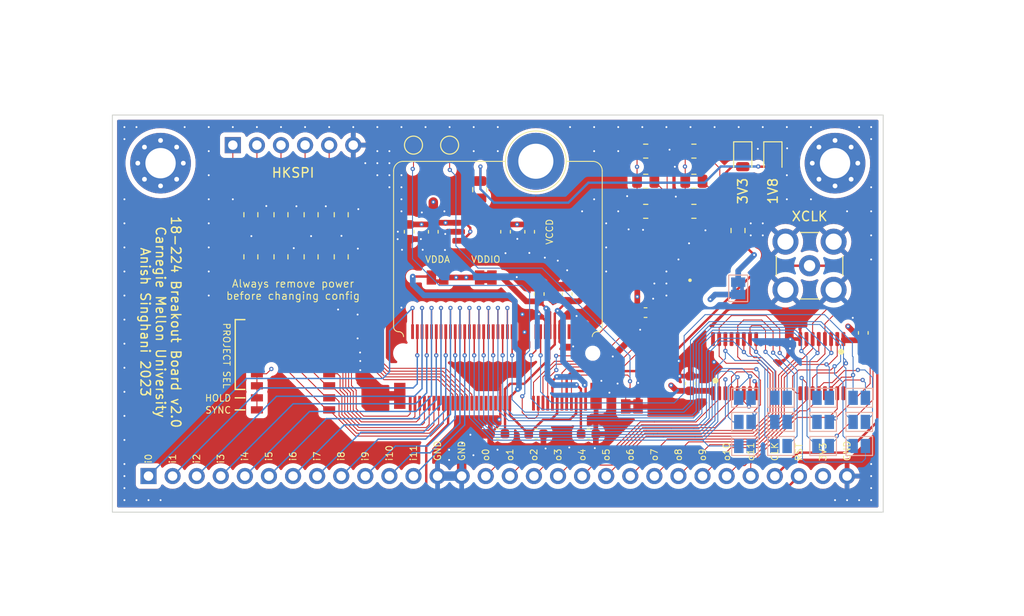
<source format=kicad_pcb>
(kicad_pcb (version 20221018) (generator pcbnew)
  (layers (0 "F.Cu" signal) (1 "In1.Cu" signal) (2 "In2.Cu" signal) (31 "B.Cu" signal) (34 "B.Paste" user) (35 "F.Paste" user) (36 "B.SilkS" user "B.Silkscreen") (37 "F.SilkS" user "F.Silkscreen") (38 "B.Mask" user) (39 "F.Mask" user) (44 "Edge.Cuts" user))
  (net 0 "")
  (net 1 "+3V3")
  (net 2 "GND")
  (net 3 "+1V8")
  (net 4 "vccd")
  (net 5 "vdda")
  (net 6 "vddio")
  (net 7 "Net-(D1-A)")
  (net 8 "Net-(D2-A)")
  (net 9 "mprj_io[4]_SCK")
  (net 10 "mprj_io[3]_CSB")
  (net 11 "mprj_io[2]_SDI")
  (net 12 "mprj_io[1]_SDO")
  (net 13 "mprj_io[0]")
  (net 14 "mprj_io[14]")
  (net 15 "mprj_io[15]")
  (net 16 "mprj_io[16]")
  (net 17 "mprj_io[17]")
  (net 18 "mprj_io[18]")
  (net 19 "mprj_io[19]")
  (net 20 "mprj_io[20]")
  (net 21 "mprj_io[21]")
  (net 22 "mprj_io[22]")
  (net 23 "mprj_io[23]")
  (net 24 "mprj_io[24]")
  (net 25 "mprj_io[25]")
  (net 26 "mprj_io[26]")
  (net 27 "mprj_io[27]")
  (net 28 "mprj_io[28]")
  (net 29 "mprj_io[29]")
  (net 30 "mprj_io[30]")
  (net 31 "mprj_io[31]")
  (net 32 "mprj_io[32]")
  (net 33 "mprj_io[33]")
  (net 34 "mprj_io[34]")
  (net 35 "mprj_io[35]")
  (net 36 "mprj_io[36]")
  (net 37 "mprj_io[37]")
  (net 38 "uio_clk")
  (net 39 "mprj_io[5]_ser_rx")
  (net 40 "~{RST}")
  (net 41 "Caravel_CSB")
  (net 42 "Caravel_SCK")
  (net 43 "Caravel_D0")
  (net 44 "Caravel_D1")
  (net 45 "Flash_WP")
  (net 46 "Flash_HOLD")
  (net 47 "mprj_io[6]_ser_tx")
  (net 48 "mprj_io[7]")
  (net 49 "mprj_io[13]")
  (net 50 "mprj_io[12]")
  (net 51 "mprj_io[11]")
  (net 52 "mprj_io[10]")
  (net 53 "mprj_io[9]")
  (net 54 "mprj_io[8]")
  (net 55 "gpio")
  (net 67 "Net-(JP17-B)")
  (net 68 "out0")
  (net 69 "out1")
  (net 70 "out2")
  (net 71 "out3")
  (net 72 "out4")
  (net 73 "out5")
  (net 74 "out6")
  (net 75 "out7")
  (net 76 "out8")
  (net 77 "out9")
  (net 78 "out10")
  (net 79 "out11")
  (footprint "Package_SO:SOIC-8_5.23x5.23mm_P1.27mm" (layer "F.Cu") (at 232.94 91.73 180)
    (fp_text reference "U2" hide)
    (fp_text value "DNF")
  )
  (footprint "Jumper:SolderJumper-2_P1.3mm_Bridged2Bar_Pad1.0x1.5mm" (layer "F.Cu") (at 213.36 93.345 180)
    (fp_text reference "JP2" hide)
    (fp_text value "VDDIO_JMP")
  )
  (footprint "Capacitor_SMD:C_0603_1608Metric" (layer "F.Cu") (at 214.61 109.84 180)
    (fp_text reference "C7" hide)
    (fp_text value "1u")
  )
  (footprint "Resistor_SMD:R_0805_2012Metric" (layer "F.Cu") (at 230.2275 83.185)
    (fp_text reference "R2" hide)
    (fp_text value "DNF")
  )
  (footprint "Jumper:SolderJumper-2_P1.3mm_Bridged2Bar_Pad1.0x1.5mm" (layer "F.Cu") (at 222.09 88.52 90)
    (fp_text reference "JP3" hide)
    (fp_text value "VCCD_JMP")
  )
  (footprint "Connector_PinHeader_2.54mm:PinHeader_1x06_P2.54mm_Vertical" (layer "F.Cu") (at 186.69 79.375 90)
    (fp_text reference "J1" hide)
    (fp_text value "HKSPI_HDR")
  )
  (footprint "Capacitor_SMD:C_0603_1608Metric" (layer "F.Cu") (at 207.83 88.52 -90)
    (fp_text reference "C2" hide)
    (fp_text value "0.1u")
  )
  (footprint "TestPoint:TestPoint_Pad_D1.5mm" (layer "F.Cu") (at 205.74 79.375)
    (fp_text reference "TP1" hide)
    (fp_text value "CARAVEL_GPIO_TP")
  )
  (footprint "Resistor_SMD:R_0805_2012Metric" (layer "F.Cu") (at 188.595 86.7175 90)
    (fp_text reference "R17" hide)
    (fp_text value "10K")
  )
  (footprint "Resistor_SMD:R_0805_2012Metric" (layer "F.Cu") (at 230.2275 86.36)
    (fp_text reference "R3" hide)
    (fp_text value "DNF")
  )
  (footprint "MountingHole:MountingHole_3.2mm_M3_Pad_Via" (layer "F.Cu") (at 250.19 81.28)
    (fp_text reference "H2" hide)
    (fp_text value "MountingHole")
  )
  (footprint "Resistor_SMD:R_0805_2012Metric" (layer "F.Cu") (at 239.96 88.3875 -90)
    (fp_text reference "R7" hide)
    (fp_text value "1K")
  )
  (footprint "Package_SO:TSSOP-16_4.4x5mm_P0.65mm" (layer "F.Cu") (at 239.6 102.7 90)
    (fp_text reference "U4" hide)
    (fp_text value "74HC4050")
  )
  (footprint "Capacitor_SMD:C_0603_1608Metric" (layer "F.Cu") (at 224.19 109.86)
    (fp_text reference "C16" hide)
    (fp_text value "1u")
  )
  (footprint "MicroMod-Sparkfun:M.2-CONNECTOR-E" (layer "F.Cu") (at 214.6425 101.3375)
    (fp_text reference "U1" hide)
    (fp_text value "caravel-M.2-card" hide)
  )
  (footprint "MicroMod-Sparkfun:MicroMod-Standoff" (layer "F.Cu") (at 218.6432 81.0768 90)
    (fp_text reference "H1" hide)
    (fp_text value "MICROMOD-Standoff")
  )
  (footprint "Capacitor_SMD:C_0603_1608Metric" (layer "F.Cu") (at 253.17 99.19 90)
    (fp_text reference "C8" hide)
    (fp_text value "1u")
  )
  (footprint "Resistor_SMD:R_0805_2012Metric" (layer "F.Cu") (at 198.12 86.7175 90)
    (fp_text reference "R11" hide)
    (fp_text value "10K")
  )
  (footprint "Resistor_SMD:R_0805_2012Metric" (layer "F.Cu") (at 235.3075 86.36)
    (fp_text reference "R5" hide)
    (fp_text value "DNF")
  )
  (footprint "MountingHole:MountingHole_3.2mm_M3_Pad_Via" (layer "F.Cu") (at 179.07 81.28)
    (fp_text reference "H3" hide)
    (fp_text value "MountingHole")
  )
  (footprint "LED_SMD:LED_0805_2012Metric" (layer "F.Cu") (at 243.635 80.7125 -90)
    (fp_text reference "D2" hide)
    (fp_text value "1V8")
  )
  (footprint "Capacitor_SMD:C_0603_1608Metric" (layer "F.Cu") (at 221.95 95.08 90)
    (fp_text reference "C12" hide)
    (fp_text value "0.1u")
  )
  (footprint "Jumper:SolderJumper-2_P1.3mm_Bridged2Bar_Pad1.0x1.5mm" (layer "F.Cu") (at 228.77 106.95)
    (fp_text reference "JP4" hide)
    (fp_text value "SOC_RST_JMP")
  )
  (footprint "Resistor_SMD:R_0805_2012Metric" (layer "F.Cu") (at 194.945 91.1625 90)
    (fp_text reference "R12" hide)
    (fp_text value "10K")
  )
  (footprint "Jumper:SolderJumper-2_P1.3mm_Bridged2Bar_Pad1.0x1.5mm" (layer "F.Cu") (at 208.28 93.345)
    (fp_text reference "JP1" hide)
    (fp_text value "VDDA_JMP")
  )
  (footprint "Connector_Coaxial:SMB_Jack_Vertical" (layer "F.Cu") (at 247.5025 92.1025 -90)
    (fp_text reference "J2" hide)
    (fp_text value "SMA_CONN")
  )
  (footprint "Resistor_SMD:R_0805_2012Metric" (layer "F.Cu") (at 188.595 91.1625 90)
    (fp_text reference "R16" hide)
    (fp_text value "10K")
  )
  (footprint "Resistor_SMD:R_0805_2012Metric" (layer "F.Cu") (at 230.2275 80.01)
    (fp_text reference "R6" hide)
    (fp_text value "DNF")
  )
  (footprint "Resistor_SMD:R_0805_2012Metric" (layer "F.Cu") (at 235.3075 83.185)
    (fp_text reference "R4" hide)
    (fp_text value "10K")
  )
  (footprint "Resistor_SMD:R_0805_2012Metric" (layer "F.Cu") (at 194.945 86.7175 90)
    (fp_text reference "R13" hide)
    (fp_text value "10K")
  )
  (footprint "Resistor_SMD:R_0805_2012Metric" (layer "F.Cu") (at 235.3075 80.01)
    (fp_text reference "R1" hide)
    (fp_text value "DNF")
  )
  (footprint "Capacitor_SMD:C_0603_1608Metric" (layer "F.Cu") (at 205.29 88.52 -90)
    (fp_text reference "C3" hide)
    (fp_text value "10u")
  )
  (footprint "TestPoint:TestPoint_Pad_D1.5mm" (layer "F.Cu") (at 209.55 79.375 -90)
    (fp_text reference "TP2" hide)
    (fp_text value "RST_TP")
  )
  (footprint "Capacitor_SMD:C_0603_1608Metric" (layer "F.Cu") (at 215.45 88.52 -90)
    (fp_text reference "C5" hide)
    (fp_text value "10u")
  )
  (footprint "LED_SMD:LED_0805_2012Metric" (layer "F.Cu") (at 240.46 80.7125 -90)
    (fp_text reference "D1" hide)
    (fp_text value "3V3")
  )
  (footprint "Capacitor_SMD:C_0603_1608Metric" (layer "F.Cu") (at 217.99 88.52 -90)
    (fp_text reference "C4" hide)
    (fp_text value "1u")
  )
  (footprint "Package_TO_SOT_SMD:SOT-23-5" (layer "F.Cu") (at 211.64 88.52)
    (fp_text reference "U3" hide)
    (fp_text value "AP2112K-1.8")
  )
  (footprint "Capacitor_SMD:C_0603_1608Metric" (layer "F.Cu") (at 234.93 104.53 90)
    (fp_text reference "C6" hide)
    (fp_text value "1u")
  )
  (footprint "Package_SO:TSSOP-16_4.4x5mm_P0.65mm" (layer "F.Cu") (at 248.8 102.7 -90)
    (fp_text reference "U5" hide)
    (fp_text value "74HC4050")
  )
  (footprint "Capacitor_SMD:C_0603_1608Metric_Pad1.08x0.95mm_HandSolder" (layer "F.Cu") (at 230.21 97.05)
    (fp_text reference "C1" hide)
    (fp_text value "DNF")
  )
  (footprint "Resistor_SMD:R_0805_2012Metric" (layer "F.Cu") (at 191.77 91.1625 90)
    (fp_text reference "R14" hide)
    (fp_text value "10K")
  )
  (footprint "Capacitor_SMD:C_0603_1608Metric" (layer "F.Cu") (at 219 95.09 90)
    (fp_text reference "C17" hide)
    (fp_text value "0.1u")
  )
  (footprint "Capacitor_SMD:C_0603_1608Metric" (layer "F.Cu") (at 218.67 109.87)
    (fp_text reference "C13" hide)
    (fp_text value "1u")
  )
  (footprint "Resistor_SMD:R_0805_2012Metric" (layer "F.Cu") (at 198.12 91.1625 90)
    (fp_text reference "R10" hide)
    (fp_text value "10K")
  )
  (footprint "Button_Switch_SMD:SW_DIP_SPSTx08_Slide_KingTek_DSHP08TS_W7.62mm_P1.27mm" (layer "F.Cu") (at 193.04 102.87)
    (fp_text reference "SW1" hide)
    (fp_text value "DSHP08TSGER")
  )
  (footprint "Resistor_SMD:R_0805_2012Metric" (layer "F.Cu") (at 191.77 86.7175 90)
    (fp_text reference "R15" hide)
    (fp_text value "10K")
  )
  (footprint "Connector_PinHeader_2.54mm:PinHeader_1x30_P2.54mm_Vertical" (layer "F.Cu") (at 177.8 114.3 90)
    (fp_text reference "J3" hide)
    (fp_text value "GPIO_HDR")
  )
  (footprint "Resistor_SMD:R_0805_2012Metric" (layer "F.Cu") (at 212.72 84.08 -90)
    (fp_text reference "R8" hide)
    (fp_text value "100R")
  )
  (footprint "Jumper:SolderJumper-2_P1.3mm_Open_Pad1.0x1.5mm" (layer "B.Cu") (at 248.935 108.585 180)
    (fp_text reference "JP12" hide)
    (fp_text value "JMP")
  )
  (footprint "Jumper:SolderJumper-2_P1.3mm_Open_Pad1.0x1.5mm" (layer "B.Cu") (at 244.49 111.125 180)
    (fp_text reference "JP8" hide)
    (fp_text value "JMP")
  )
  (footprint "Jumper:SolderJumper-2_P1.3mm_Open_Pad1.0x1.5mm" (layer "B.Cu") (at 252.745 111.125 180)
    (fp_text reference "JP14" hide)
    (fp_text value "JMP")
  )
  (footprint "Jumper:SolderJumper-2_P1.3mm_Open_Pad1.0x1.5mm" (layer "B.Cu") (at 252.745 106.045 180)
    (fp_text reference "JP16" hide)
    (fp_text value "JMP")
  )
  (footprint "Jumper:SolderJumper-2_P1.3mm_Open_Pad1.0x1.5mm" (layer "B.Cu") (at 240.68 106.045 180)
    (fp_text reference "JP7" hide)
    (fp_text value "JMP")
  )
  (footprint "Jumper:SolderJumper-2_P1.3mm_Open_Pad1.0x1.5mm" (layer "B.Cu") (at 248.935 111.125 180)
    (fp_text reference "JP11" hide)
    (fp_text value "JMP")
  )
  (footprint "Jumper:SolderJumper-2_P1.3mm_Bridged2Bar_Pad1.0x1.5mm" (layer "B.Cu") (at 239.98 94.49 -90)
    (fp_text reference "JP17" hide)
    (fp_text value "PWRJMP")
  )
  (footprint "Jumper:SolderJumper-2_P1.3mm_Open_Pad1.0x1.5mm" (layer "B.Cu") (at 248.935 106.045 180)
    (fp_text reference "JP13" hide)
    (fp_text value "JMP")
  )
  (footprint "Jumper:SolderJumper-2_P1.3mm_Open_Pad1.0x1.5mm" (layer "B.Cu") (at 240.695 108.585 180)
    (fp_text reference "JP6" hide)
    (fp_text value "JMP")
  )
  (footprint "Jumper:SolderJumper-2_P1.3mm_Open_Pad1.0x1.5mm" (layer "B.Cu") (at 244.49 106.045 180)
    (fp_text reference "JP10" hide)
    (fp_text value "JMP")
  )
  (footprint "Jumper:SolderJumper-2_P1.3mm_Open_Pad1.0x1.5mm" (layer "B.Cu") (at 240.695 111.125 180)
    (fp_text reference "JP5" hide)
    (fp_text value "JMP")
  )
  (footprint "Jumper:SolderJumper-2_P1.3mm_Open_Pad1.0x1.5mm" (layer "B.Cu") (at 252.745 108.585 180)
    (fp_text reference "JP15" hide)
    (fp_text value "JMP")
  )
  (footprint "Jumper:SolderJumper-2_P1.3mm_Open_Pad1.0x1.5mm" (layer "B.Cu") (at 244.49 108.585 180)
    (fp_text reference "JP9" hide)
    (fp_text value "JMP")
  )
  (gr_line (start 186.944 105.156) (end 187.96 105.156) (stroke (width 0.15)) (layer "F.SilkS"))
  (gr_line (start 186.944 106.045) (end 187.96 106.045) (stroke (width 0.15)) (layer "F.SilkS"))
  (gr_line (start 187.96 97.79) (end 186.944 97.79) (stroke (width 0.15)) (layer "F.SilkS"))
  (gr_line (start 186.944 107.315) (end 187.96 107.315) (stroke (width 0.15)) (layer "F.SilkS"))
  (gr_line (start 186.944 97.79) (end 186.944 105.156) (stroke (width 0.15)) (layer "F.SilkS"))
  (gr_rect (start 173.99 76.2) (end 255.27 118.11) (stroke (width 0.1)) (fill none) (layer "Edge.Cuts"))
  (gr_text "i6" (at 193.04 112.776 90) (layer "F.SilkS") (effects (font (size 0.7 0.7) (thickness 0.1)) (justify left)))
  (gr_text "i10" (at 203.2 112.776 90) (layer "F.SilkS") (effects (font (size 0.7 0.7) (thickness 0.1)) (justify left)))
  (gr_text "o1" (at 215.9 112.776 90) (layer "F.SilkS") (effects (font (size 0.7 0.7) (thickness 0.1)) (justify left)))
  (gr_text "RST" (at 246.38 112.776 90) (layer "F.SilkS") (effects (font (size 0.7 0.7) (thickness 0.1)) (justify left)))
  (gr_text "i7" (at 195.58 112.776 90) (layer "F.SilkS") (effects (font (size 0.7 0.7) (thickness 0.1)) (justify left)))
  (gr_text "o9" (at 236.22 112.776 90) (layer "F.SilkS") (effects (font (size 0.7 0.7) (thickness 0.1)) (justify left)))
  (gr_text "18-224 Breakout Board v2.0\nCarnegie Mellon University\nAnish Singhani 2023" (at 179.07 98.05 270) (layer "F.SilkS") (effects (font (size 1 1))))
  (gr_text "Always remove power\nbefore changing config" (at 193.04 94.6404) (layer "F.SilkS") (effects (font (size 0.8 0.8) (thickness 0.1))))
  (gr_text "i4" (at 187.96 112.776 90) (layer "F.SilkS") (effects (font (size 0.7 0.7) (thickness 0.1)) (justify left)))
  (gr_text "o10" (at 238.76 112.776 90) (layer "F.SilkS") (effects (font (size 0.7 0.7) (thickness 0.1)) (justify left)))
  (gr_text "VDDIO" (at 213.36 91.44) (layer "F.SilkS") (effects (font (size 0.7 0.7) (thickness 0.1))))
  (gr_text "o5" (at 226.06 112.776 90) (layer "F.SilkS") (effects (font (size 0.7 0.7) (thickness 0.1)) (justify left)))
  (gr_text "GND" (at 208.28 112.776 90) (layer "F.SilkS") (effects (font (size 0.7 0.7) (thickness 0.1)) (justify left)))
  (gr_text "GND" (at 210.82 112.776 90) (layer "F.SilkS") (effects (font (size 0.7 0.7) (thickness 0.1)) (justify left)))
  (gr_text "SYNC" (at 186.563 106.934) (layer "F.SilkS") (effects (font (size 0.7 0.7) (thickness 0.1)) (justify right top)))
  (gr_text "i5" (at 190.5 112.776 90) (layer "F.SilkS") (effects (font (size 0.7 0.7) (thickness 0.1)) (justify left)))
  (gr_text "i8" (at 198.12 112.776 90) (layer "F.SilkS") (effects (font (size 0.7 0.7) (thickness 0.1)) (justify left)))
  (gr_text "o3" (at 220.98 112.776 90) (layer "F.SilkS") (effects (font (size 0.7 0.7) (thickness 0.1)) (justify left)))
  (gr_text "o7" (at 231.14 112.776 90) (layer "F.SilkS") (effects (font (size 0.7 0.7) (thickness 0.1)) (justify left)))
  (gr_text "VDDA" (at 208.28 91.44) (layer "F.SilkS") (effects (font (size 0.7 0.7) (thickness 0.1))))
  (gr_text "PROJECT SEL" (at 186.436 101.6 270) (layer "F.SilkS") (effects (font (size 0.7 0.7) (thickness 0.1)) (justify top)))
  (gr_text "3V3" (at 240.46 82.7445 90) (layer "F.SilkS") (effects (font (size 1 1)) (justify right)))
  (gr_text "o0" (at 213.36 112.776 90) (layer "F.SilkS") (effects (font (size 0.7 0.7) (thickness 0.1)) (justify left)))
  (gr_text "i9" (at 200.66 112.776 90) (layer "F.SilkS") (effects (font (size 0.7 0.7) (thickness 0.1)) (justify left)))
  (gr_text "i11" (at 205.74 112.776 90) (layer "F.SilkS") (effects (font (size 0.7 0.7) (thickness 0.1)) (justify left)))
  (gr_text "CLK" (at 243.84 112.776 90) (layer "F.SilkS") (effects (font (size 0.7 0.7) (thickness 0.1)) (justify left)))
  (gr_text "o4" (at 223.52 112.776 90) (layer "F.SilkS") (effects (font (size 0.7 0.7) (thickness 0.1)) (justify left)))
  (gr_text "GND" (at 251.46 112.776 90) (layer "F.SilkS") (effects (font (size 0.7 0.7) (thickness 0.1)) (justify left)))
  (gr_text "o8" (at 233.68 112.776 90) (layer "F.SilkS") (effects (font (size 0.7 0.7) (thickness 0.1)) (justify left)))
  (gr_text "HKSPI" (at 193.04 82.296) (layer "F.SilkS") (effects (font (size 1 1))))
  (gr_text "o2" (at 218.44 112.776 90) (layer "F.SilkS") (effects (font (size 0.7 0.7) (thickness 0.1)) (justify left)))
  (gr_text "3V3" (at 248.92 112.776 90) (layer "F.SilkS") (effects (font (size 0.7 0.7) (thickness 0.1)) (justify left)))
  (gr_text "o6" (at 228.6 112.776 90) (layer "F.SilkS") (effects (font (size 0.7 0.7) (thickness 0.1)) (justify left)))
  (gr_text "i0" (at 177.8 113.03 90) (layer "F.SilkS") (effects (font (size 0.7 0.7) (thickness 0.1)) (justify left)))
  (gr_text "i2" (at 182.88 113.03 90) (layer "F.SilkS") (effects (font (size 0.7 0.7) (thickness 0.1)) (justify left)))
  (gr_text "i1" (at 180.34 113.03 90) (layer "F.SilkS") (effects (font (size 0.7 0.7) (thickness 0.1)) (justify left)))
  (gr_text "VCCD" (at 220.091 88.519 90) (layer "F.SilkS") (effects (font (size 0.7 0.7) (thickness 0.1))))
  (gr_text "i3" (at 185.42 113.03 90) (layer "F.SilkS") (effects (font (size 0.7 0.7) (thickness 0.1)) (justify left)))
  (gr_text "o11" (at 241.3 112.776 90) (layer "F.SilkS") (effects (font (size 0.7 0.7) (thickness 0.1)) (justify left)))
  (gr_text "1V8" (at 243.635 82.7445 90) (layer "F.SilkS") (effects (font (size 1 1)) (justify right)))
  (gr_text "HOLD" (at 186.563 105.664) (layer "F.SilkS") (effects (font (size 0.7 0.7) (thickness 0.1)) (justify right top)))
  (gr_text "XCLK" (at 247.5125 86.8975) (layer "F.SilkS") (effects (font (size 1 1))))
  (segment (start 229.315 80.01) (end 229.315 81.6572) (width 0.1) (layer "F.Cu") (net 1))
  (segment (start 211.3026 93.345) (end 210.2358 93.345) (width 0.6) (layer "F.Cu") (net 1))
  (segment (start 210.886751 89.47) (end 210.5025 89.47) (width 0.25) (layer "F.Cu") (net 1))
  (segment (start 210.2358 93.345) (end 208.93 93.345) (width 0.6) (layer "F.Cu") (net 1))
  (segment (start 211.73 88.5) (end 211.73 88.626751) (width 0.25) (layer "F.Cu") (net 1))
  (segment (start 211.73 88.1) (end 211.73 88.5) (width 0.25) (layer "F.Cu") (net 1))
  (segment (start 240 89.3) (end 241.66 90.96) (width 0.25) (layer "F.Cu") (net 1))
  (segment (start 207.83 87.745) (end 208.005 87.57) (width 0.6) (layer "F.Cu") (net 1))
  (segment (start 206.59 87.745) (end 207.83 87.745) (width 0.6) (layer "F.Cu") (net 1))
  (segment (start 207.83 87.745) (end 207.83 85.38) (width 1) (layer "F.Cu") (net 1))
  (segment (start 239.96 89.3) (end 240 89.3) (width 0.25) (layer "F.Cu") (net 1))
  (segment (start 229.34 97.0425) (end 229.3475 97.05) (width 0.6) (layer "F.Cu") (net 1))
  (segment (start 234.395 81.6064) (end 234.395 80.01) (width 0.1) (layer "F.Cu") (net 1))
  (segment (start 205.29 87.745) (end 206.59 87.745) (width 0.6) (layer "F.Cu") (net 1))
  (segment (start 229.34 93.635) (end 229.34 95.37) (width 0.6) (layer "F.Cu") (net 1))
  (segment (start 234.395 86.36) (end 234.395 81.6648) (width 0.1) (layer "F.Cu") (net 1))
  (segment (start 208.005 87.57) (end 209.115 87.57) (width 0.6) (layer "F.Cu") (net 1))
  (segment (start 190.246 103.505) (end 190.754 102.997) (width 0.1) (layer "F.Cu") (net 1))
  (segment (start 211.73 88.626751) (end 210.886751 89.47) (width 0.25) (layer "F.Cu") (net 1))
  (segment (start 229.315 81.6572) (end 229.3112 81.661) (width 0.1) (layer "F.Cu") (net 1))
  (segment (start 209.125 87.57) (end 210.5025 87.57) (width 0.6) (layer "F.Cu") (net 1))
  (segment (start 209.115 87.57) (end 209.12 87.565) (width 0.6) (layer "F.Cu") (net 1))
  (segment (start 229.3112 81.661) (end 229.315 81.6648) (width 0.1) (layer "F.Cu") (net 1))
  (segment (start 209.12 87.565) (end 209.125 87.57) (width 0.6) (layer "F.Cu") (net 1))
  (segment (start 189.23 103.505) (end 190.246 103.505) (width 0.1) (layer "F.Cu") (net 1))
  (segment (start 212.71 93.345) (end 211.3026 93.345) (width 0.6) (layer "F.Cu") (net 1))
  (segment (start 229.315 81.6648) (end 229.315 86.36) (width 0.1) (layer "F.Cu") (net 1))
  (segment (start 210.5025 87.57) (end 211.2 87.57) (width 0.25) (layer "F.Cu") (net 1))
  (segment (start 234.3658 81.6356) (end 234.395 81.6064) (width 0.1) (layer "F.Cu") (net 1))
  (segment (start 234.395 81.6648) (end 234.3658 81.6356) (width 0.1) (layer "F.Cu") (net 1))
  (segment (start 211.2 87.57) (end 211.73 88.1) (width 0.25) (layer "F.Cu") (net 1))
  (segment (start 229.34 95.37) (end 229.34 97.0425) (width 0.6) (layer "F.Cu") (net 1))
  (segment (start 189.23 98.425) (end 189.23 107.315) (width 0.1) (layer "F.Cu") (net 1))
  (via (at 211.3026 93.345) (size 0.45) (drill 0.2) (layers "F.Cu" "B.Cu") (net 1))
  (via (at 229.3112 81.661) (size 0.45) (drill 0.2) (layers "F.Cu" "B.Cu") (net 1))
  (via (at 241.66 90.96) (size 0.45) (drill 0.2) (layers "F.Cu" "B.Cu") (net 1))
  (via (at 210.2358 93.345) (size 0.45) (drill 0.2) (layers "F.Cu" "B.Cu") (net 1))
  (via (at 190.754 102.997) (size 0.45) (drill 0.2) (layers "F.Cu" "B.Cu") (net 1))
  (via (at 206.59 87.745) (size 0.45) (drill 0.2) (layers "F.Cu" "B.Cu") (net 1))
  (via (at 207.83 85.38) (size 0.45) (drill 0.2) (layers "F.Cu" "B.Cu") (net 1))
  (via (at 209.12 87.565) (size 0.45) (drill 0.2) (layers "F.Cu" "B.Cu") (net 1))
  (via (at 234.3658 81.6356) (size 0.45) (drill 0.2) (layers "F.Cu" "B.Cu") (net 1))
  (via (at 211.73 88.5) (size 0.45) (drill 0.2) (layers "F.Cu" "B.Cu") (net 1))
  (via (at 229.34 95.37) (size 0.45) (drill 0.2) (layers "F.Cu" "B.Cu") (net 1))
  (segment (start 239.98 93.84) (end 239.98 92.64) (width 0.6) (layer "B.Cu") (net 1))
  (segment (start 239.98 92.64) (end 241.66 90.96) (width 0.6) (layer "B.Cu") (net 1))
  (segment (start 194.945 90.25) (end 194.945 88.9762) (width 0.25) (layer "F.Cu") (net 2))
  (segment (start 210.5025 88.52) (end 209.35 88.52) (width 0.6) (layer "F.Cu") (net 2))
  (segment (start 188.595 90.25) (end 188.595 89.027) (width 0.25) (layer "F.Cu") (net 2))
  (segment (start 211.74 109.94) (end 211.8526 109.94) (width 1) (layer "F.Cu") (net 2))
  (segment (start 231.0725 97.05) (end 231.0725 97.4257) (width 0.25) (layer "F.Cu") (net 2))
  (segment (start 210.87 110.85) (end 210.9426 110.85) (width 1) (layer "F.Cu") (net 2))
  (segment (start 226.4 109.23) (end 226.4 105.5) (width 0.25) (layer "F.Cu") (net 2))
  (segment (start 209.09 88.78) (end 209.09 88.75) (width 0.6) (layer "F.Cu") (net 2))
  (segment (start 224.9925 105.8375) (end 224.9925 105.8925) (width 0.1) (layer "F.Cu") (net 2))
  (segment (start 196.4944 85.8266) (end 196.516 85.805) (width 0.25) (layer "F.Cu") (net 2))
  (segment (start 214.8925 104.3375) (end 214.8925 104.0775) (width 0.25) (layer "F.Cu") (net 2))
  (segment (start 206.515 89.295) (end 205.29 89.295) (width 0.6) (layer "F.Cu") (net 2))
  (segment (start 210.82 114.3) (end 210.82 110.9726) (width 1) (layer "F.Cu") (net 2))
  (segment (start 221.1425 97.9875) (end 221.721 97.409) (width 0.25) (layer "F.Cu") (net 2))
  (segment (start 215.45 89.295) (end 216.665 89.295) (width 0.6) (layer "F.Cu") (net 2))
  (segment (start 219.445 109.87) (end 220.76 109.87) (width 0.6) (layer "F.Cu") (net 2))
  (segment (start 201.9975 105.8375) (end 200.12 103.96) (width 1) (layer "F.Cu") (net 2))
  (segment (start 204.2925 105.8375) (end 201.9975 105.8375) (width 1) (layer "F.Cu") (net 2))
  (segment (start 200.12 103.1306) (end 200.1266 103.124) (width 1) (layer "F.Cu") (net 2))
  (segment (start 214.8925 106.6125) (end 214.8925 105.5375) (width 0.25) (layer "F.Cu") (net 2))
  (segment (start 191.77 85.805) (end 193.374 85.805) (width 0.25) (layer "F.Cu") (net 2))
  (segment (start 221.625 100.62) (end 222.58 100.62) (width 0.25) (layer "F.Cu") (net 2))
  (segment (start 224.9925 105.8375) (end 226.0625 105.8375) (width 0.1) (layer "F.Cu") (net 2))
  (segment (start 231.0725 97.4257) (end 229.6414 98.8568) (width 0.25) (layer "F.Cu") (net 2))
  (segment (start 206.52 89.29) (end 206.515 89.295) (width 0.6) (layer "F.Cu") (net 2))
  (segment (start 221.721 97.409) (end 222.9358 97.409) (width 0.25) (layer "F.Cu") (net 2))
  (segment (start 209.12 88.75) (end 209.35 88.52) (width 0.6) (layer "F.Cu") (net 2))
  (segment (start 240.46 79.775) (end 242.045 79.775) (width 0.25) (layer "F.Cu") (net 2))
  (segment (start 207.83 89.295) (end 206.525 89.295) (width 0.6) (layer "F.Cu") (net 2))
  (segment (start 214.78 108.34) (end 214.8925 108.4525) (width 0.25) (layer "F.Cu") (net 2))
  (segment (start 220.4514 94.315) (end 220.472 94.3356) (width 1) (layer "F.Cu") (net 2))
  (segment (start 252.875 98.415) (end 252.06 97.6) (width 0.25) (layer "F.Cu") (net 2))
  (segment (start 214.8925 106.6125) (end 214.8925 108.2275) (width 0.25) (layer "F.Cu") (net 2))
  (segment (start 221.94 94.315) (end 221.95 94.305) (width 1) (layer "F.Cu") (net 2))
  (segment (start 216.69 89.27) (end 216.715 89.295) (width 0.6) (layer "F.Cu") (net 2))
  (segment (start 217.242 97.21) (end 217.2208 97.2312) (width 0.25) (layer "F.Cu") (net 2))
  (segment (start 229.42 104.48) (end 229.43 104.47) (width 0.1) (layer "F.Cu") (net 2))
  (segment (start 219.445 111.165) (end 219.67 111.39) (width 0.6) (layer "F.Cu") (net 2))
  (segment (start 219.445 109.87) (end 219.445 111.165) (width 0.6) (layer "F.Cu") (net 2))
  (segment (start 221.95 94.305) (end 221.95 92.5878) (width 1) (layer "F.Cu") (net 2))
  (segment (start 190.2206 85.8012) (end 190.2244 85.805) (width 0.25) (layer "F.Cu") (net 2))
  (segment (start 246.525 96.205) (end 244.9625 94.6425) (width 0.25) (layer "F.Cu") (net 2))
  (segment (start 217.645 94.315) (end 216.63 93.3) (width 1) (layer "F.Cu") (net 2))
  (segment (start 196.516 85.805) (end 198.12 85.805) (width 0.25) (layer "F.Cu") (net 2))
  (segment (start 191.77 90.25) (end 193.1124 90.25) (width 0.25) (layer "F.Cu") (net 2))
  (segment (start 207.83 89.295) (end 208.575 89.295) (width 0.6) (layer "F.Cu") (net 2))
  (segment (start 220.4926 94.315) (end 221.94 94.315) (width 1) (layer "F.Cu") (net 2))
  (segment (start 221.95 92.5878) (end 221.9452 92.583) (width 1) (layer "F.Cu") (net 2))
  (segment (start 190.2168 85.805) (end 190.2206 85.8012) (width 0.25) (layer "F.Cu") (net 2))
  (segment (start 229.42 106.95) (end 229.42 104.48) (width 0.1) (layer "F.Cu") (net 2))
  (segment (start 210.87 110.9226) (end 210.87 110.85) (width 1) (layer "F.Cu") (net 2))
  (segment (start 216.715 89.295) (end 217.99 89.295) (width 0.6) (layer "F.Cu") (net 2))
  (segment (start 216.665 89.295) (end 216.69 89.27) (width 0.6) (layer "F.Cu") (net 2))
  (segment (start 200.12 103.96) (end 200.12 103.1306) (width 1) (layer "F.Cu") (net 2))
  (segment (start 220.76 109.87) (end 222.17 111.28) (width 0.6) (layer "F.Cu") (net 2))
  (segment (start 209.09 88.75) (end 209.12 88.75) (width 0.6) (layer "F.Cu") (net 2))
  (segment (start 198.12 90.25) (end 198.12 88.9762) (width 0.25) (layer "F.Cu") (net 2))
  (segment (start 219.6425 97.8925) (end 218.96 97.21) (width 0.25) (layer "F.Cu") (net 2))
  (segment (start 200.12 101.27) (end 200.11 101.26) (width 1) (layer "F.Cu") (net 2))
  (segment (start 253.17 98.415) (end 252.875 98.415) (width 0.25) (layer "F.Cu") (net 2))
  (segment (start 193.3956 85.8266) (end 193.4172 85.805) (width 0.25) (layer "F.Cu") (net 2))
  (segment (start 213.835 110.755) (end 214.6 111.52) (width 0.6) (layer "F.Cu") (net 2))
  (segment (start 215.43 103.54) (end 217.4494 101.5206) (width 0.25) (layer "F.Cu") (net 2))
  (segment (start 242.055 79.775) (end 243.635 79.775) (width 0.25) (layer "F.Cu") (net 2))
  (segment (start 200.12 103.1174) (end 200.12 102.1654) (width 1) (layer "F.Cu") (net 2))
  (segment (start 188.595 85.805) (end 190.2168 85.805) (width 0.25) (layer "F.Cu") (net 2))
  (segment (start 224.965 109.86) (end 224.965 111.245) (width 0.6) (layer "F.Cu") (net 2))
  (segment (start 221.1425 100.1375) (end 221.625 100.62) (width 0.25) (layer "F.Cu") (net 2))
  (segment (start 242.05 79.77) (end 242.055 79.775) (width 0.25) (layer "F.Cu") (net 2))
  (segment (start 194.945 85.805) (end 196.4728 85.805) (width 0.25) (layer "F.Cu") (net 2))
  (segment (start 219 94.315) (end 220.4514 94.315) (width 1) (layer "F.Cu") (net 2))
  (segment (start 206.525 89.295) (end 206.52 89.29) (width 0.6) (layer "F.Cu") (net 2))
  (segment (start 226.0625 105.8375) (end 226.4 105.5) (width 0.1) (layer "F.Cu") (net 2))
  (segment (start 188.595 89.027) (end 188.6458 88.9762) (width 0.25) (layer "F.Cu") (net 2))
  (segment (start 211.74 110.0526) (end 211.74 109.94) (width 1) (layer "F.Cu") (net 2))
  (segment (start 200.12 102.1522) (end 200.12 101.27) (width 1) (layer "F.Cu") (net 2))
  (segment (start 190.2244 85.805) (end 191.77 85.805) (width 0.25) (layer "F.Cu") (net 2))
  (segment (start 214.8925 108.2275) (end 214.78 108.34) (width 0.25) (layer "F.Cu") (net 2))
  (segment (start 200.12 102.1654) (end 200.1266 102.1588) (width 1) (layer "F.Cu") (net 2))
  (segment (start 224.965 109.86) (end 225.77 109.86) (width 0.25) (layer "F.Cu") (net 2))
  (segment (start 241.875 105.5625) (end 241.875 104.4655) (width 0.25) (layer "F.Cu") (net 2))
  (segment (start 210.9426 110.85) (end 211.74 110.0526) (width 1) (layer "F.Cu") (net 2))
  (segment (start 220.472 94.3356) (end 220.4926 94.315) (width 1) (layer "F.Cu") (net 2))
  (segment (start 196.4728 85.805) (end 196.4944 85.8266) (width 0.25) (layer "F.Cu") (net 2))
  (segment (start 224.9925 104.809) (end 225.552 104.2495) (width 0.25) (layer "F.Cu") (net 2))
  (segment (start 214.8925 108.4525) (end 214.8925 108.7825) (width 0.25) (layer "F.Cu") (net 2))
  (segment (start 193.4172 85.805) (end 194.945 85.805) (width 0.25) (layer "F.Cu") (net 2))
  (segment (start 217.4494 101.5206) (end 217.4494 99.1108) (width 0.25) (layer "F.Cu") (net 2))
  (segment (start 224.9925 105.8375) (end 224.9925 104.809) (width 0.25) (layer "F.Cu") (net 2))
  (segment (start 241.875 104.4655) (end 241.6995 104.29) (width 0.25) (layer "F.Cu") (net 2))
  (segment (start 242.045 79.775) (end 242.05 79.77) (width 0.25) (layer "F.Cu") (net 2))
  (segment (start 198.12 88.9762) (end 198.1454 88.9508) (width 0.25) (layer "F.Cu") (net 2))
  (segment (start 211.8526 109.94) (end 211.9526 109.84) (width 1) (layer "F.Cu") (net 2))
  (segment (start 213.835 109.84) (end 213.835 110.755) (width 0.6) (layer "F.Cu") (net 2))
  (segment (start 219 94.315) (end 217.645 94.315) (width 1) (layer "F.Cu") (net 2))
  (segment (start 251.46 114.3) (end 251.7902 114.3) (width 0.25) (layer "F.Cu") (net 2))
  (segment (start 214.8925 108.7825) (end 213.835 109.84) (width 0.25) (layer "F.Cu") (net 2))
  (segment (start 200.1266 103.124) (end 200.12 103.1174) (width 1) (layer "F.Cu") (net 2))
  (segment (start 224.965 111.245) (end 224.86 111.35) (width 0.6) (layer "F.Cu") (net 2))
  (segment (start 214.8925 105.5375) (end 214.8925 104.3375) (width 0.25) (layer "F.Cu") (net 2))
  (segment (start 193.1124 90.25) (end 193.1162 90.2462) (width 0.25) (layer "F.Cu") (net 2))
  (segment (start 221.1425 99.0625) (end 221.1425 97.9875) (width 0.25) (layer "F.Cu") (net 2))
  (segment (start 218.96 97.21) (end 217.242 97.21) (width 0.25) (layer "F.Cu") (net 2))
  (segment (start 214.8925 104.0775) (end 215.43 103.54) (width 0.25) (layer "F.Cu") (net 2))
  (segment (start 221.1425 99.0625) (end 221.1425 100.1375) (width 0.25) (layer "F.Cu") (net 2))
  (segment (start 246.525 99.8375) (end 246.525 96.205) (width 0.25) (layer "F.Cu") (net 2))
  (segment (start 213.835 109.84) (end 211.9526 109.84) (width 1) (layer "F.Cu") (net 2))
  (segment (start 210.82 110.9726) (end 210.87 110.9226) (width 1) (layer "F.Cu") (net 2))
  (segment (start 200.1266 102.1588) (end 200.12 102.1522) (width 1) (layer "F.Cu") (net 2))
  (segment (start 193.374 85.805) (end 193.3956 85.8266) (width 0.25) (layer "F.Cu") (net 2))
  (segment (start 225.77 109.86) (end 226.4 109.23) (width 0.25) (layer "F.Cu") (net 2))
  (segment (start 219.6425 99.0625) (end 219.6425 97.8925) (width 0.25) (layer "F.Cu") (net 2))
  (segment (start 208.575 89.295) (end 209.09 88.78) (width 0.6) (layer "F.Cu") (net 2))
  (via (at 175.26 90.17) (size 0.45) (drill 0.2) (layers "F.Cu" "B.Cu") (net 2))
  (via (at 241.3 88.9) (size 0.45) (drill 0.2) (layers "F.Cu" "B.Cu") (net 2))
  (via (at 204.47 86.36) (size 0.45) (drill 0.2) (layers "F.Cu" "B.Cu") (net 2))
  (via (at 254 77.47) (size 0.45) (drill 0.2) (layers "F.Cu" "B.Cu") (net 2))
  (via (at 199.9234 86.1314) (size 0.45) (drill 0.2) (layers "F.Cu" "B.Cu") (net 2))
  (via (at 179.07 116.84) (size 0.45) (drill 0.2) (layers "F.Cu" "B.Cu") (net 2))
  (via (at 252.73 116.84) (size 0.45) (drill 0.2) (layers "F.Cu" "B.Cu") (net 2))
  (via (at 196.85 77.47) (size 0.45) (drill 0.2) (layers "F.Cu" "B.Cu") (net 2))
  (via (at 199.8472 97.2566) (size 0.45) (drill 0.2) (layers "F.Cu" "B.Cu") (net 2))
  (via (at 184.15 85.09) (size 0.45) (drill 0.2) (layers "F.Cu" "B.Cu") (net 2))
  (via (at 223.52 86.36) (size 0.45) (drill 0.2) (layers "F.Cu" "B.Cu") (net 2))
  (via (at 184.15 92.71) (size 0.45) (drill 0.2) (layers "F.Cu" "B.Cu") (net 2))
  (via (at 191.77 77.47) (size 0.45) (drill 0.2) (layers "F.Cu" "B.Cu") (net 2))
  (via (at 241.6995 104.29) (size 0.45) (drill 0.2) (layers "F.Cu" "B.Cu") (net 2))
  (via (at 221.9452 92.583) (size 0.45) (drill 0.2) (layers "F.Cu" "B.Cu") (net 2))
  (via (at 254 114.3) (size 0.45) (drill 0.2) (layers "F.Cu" "B.Cu") (net 2))
  (via (at 203.2 83.82) (size 0.45) (drill 0.2) (layers "F.Cu" "B.Cu") (net 2))
  (via (at 209.06 90.44) (size 0.45) (drill 0.2) (layers "F.Cu" "B.Cu") (net 2))
  (via (at 232.7402 79.8576) (size 0.45) (drill 0.2) (layers "F.Cu" "B.Cu") (net 2))
  (via (at 237.43 102.27) (size 0.45) (drill 0.2) (layers "F.Cu" "B.Cu") (net 2))
  (via (at 211.74 109.94) (size 0.45) (drill 0.2) (layers "F.Cu" "B.Cu") (net 2))
  (via (at 186.69 77.47) (size 0.45) (drill 0.2) (layers "F.Cu" "B.Cu") (net 2))
  (via (at 204.47 83.82) (size 0.45) (drill 0.2) (layers "F.Cu" "B.Cu") (net 2))
  (via (at 252.06 97.6) (size 0.45) (drill 0.2) (layers "F.Cu" "B.Cu") (net 2))
  (via (at 198.1454 88.9508) (size 0.45) (drill 0.2) (layers "F.Cu" "B.Cu") (net 2))
  (via (at 254 113.03) (size 0.45) (drill 0.2) (layers "F.Cu" "B.Cu") (net 2))
  (via (at 197.7898 96.7232) (size 0.45) (drill 0.2) (layers "F.Cu" "B.Cu") (net 2))
  (via (at 196.4944 85.8266) (size 0.45) (drill 0.2) (layers "F.Cu" "B.Cu") (net 2))
  (via (at 199.8726 90.297) (size 0.45) (drill 0.2) (layers "F.Cu" "B.Cu") (net 2))
  (via (at 175.26 95.25) (size 0.45) (drill 0.2) (layers "F.Cu" "B.Cu") (net 2))
  (via (at 175.26 87.63) (size 0.45) (drill 0.2) (layers "F.Cu" "B.Cu") (net 2))
  (via (at 254 78.74) (size 0.45) (drill 0.2) (layers "F.Cu" "B.Cu") (net 2))
  (via (at 240.03 77.47) (size 0.45) (drill 0.2) (layers "F.Cu" "B.Cu") (net 2))
  (via (at 241.3 87.63) (size 0.45) (drill 0.2) (layers "F.Cu" "B.Cu") (net 2))
  (via (at 175.26 102.87) (size 0.45) (drill 0.2) (layers "F.Cu" "B.Cu") (net 2))
  (via (at 222.9358 97.409) (size 0.45) (drill 0.2) (layers "F.Cu" "B.Cu") (net 2))
  (via (at 193.1162 90.2462) (size 0.45) (drill 0.2) (layers "F.Cu" "B.Cu") (net 2))
  (via (at 175.26 77.47) (size 0.45) (drill 0.2) (layers "F.Cu" "B.Cu") (net 2))
  (via (at 254 88.9) (size 0.45) (drill 0.2) (layers "F.Cu" "B.Cu") (net 2))
  (via (at 227.33 86.36) (size 0.45) (drill 0.2) (layers "F.Cu" "B.Cu") (net 2))
  (via (at 232.41 77.47) (size 0.45) (drill 0.2) (layers "F.Cu" "B.Cu") (net 2))
  (via (at 233.68 91.44) (size 0.45) (drill 0.2) (layers "F.Cu" "B.Cu") (net 2))
  (via (at 184.15 87.63) (size 0.45) (drill 0.2) (layers "F.Cu" "B.Cu") (net 2))
  (via (at 224.79 80.01) (size 0.45) (drill 0.2) (layers "F.Cu" "B.Cu") (net 2))
  (via (at 203.2 82.55) (size 0.45) (drill 0.2) (layers "F.Cu" "B.Cu") (net 2))
  (via (at 228.4222 88.265) (size 0.45) (drill 0.2) (layers "F.Cu" "B.Cu") (net 2))
  (via (at 175.26 100.33) (size 0.45) (drill 0.2) (layers "F.Cu" "B.Cu") (net 2))
  (via (at 212.09 77.47) (size 0.45) (drill 0.2) (layers "F.Cu" "B.Cu") (net 2))
  (via (at 224.79 77.47) (size 0.45) (drill 0.2) (layers "F.Cu" "B.Cu") (net 2))
  (via (at 233.71 102.15) (size 0.45) (drill 0.2) (layers "F.Cu" "B.Cu") (net 2))
  (via (at 209.4992 111.5314) (size 0.45) (drill 0.2) (layers "F.Cu" "B.Cu") (net 2))
  (via (at 186.69 85.09) (size 0.45) (drill 0.2) (layers "F.Cu" "B.Cu") (net 2))
  (via (at 250.19 116.84) (size 0.45) (drill 0.2) (layers "F.Cu" "B.Cu") (net 2))
  (via (at 227.33 77.47) (size 0.45) (drill 0.2) (layers "F.Cu" "B.Cu") (net 2))
  (via (at 215.4428 90.7796) (size 0.45) (drill 0.2) (layers "F.Cu" "B.Cu") (net 2))
  (via (at 204.47 82.55) (size 0.45) (drill 0.2) (layers "F.Cu" "B.Cu") (net 2))
  (via (at 176.53 77.47) (size 0.45) (drill 0.2) (layers "F.Cu" "B.Cu") (net 2))
  (via (at 224.79 85.09) (size 0.45) (drill 0.2) (layers "F.Cu" "B.Cu") (net 2))
  (via (at 227.26 104.54) (size 0.45) (drill 0.2) (layers "F.Cu" "B.Cu") (net 2))
  (via (at 247.65 85.09) (size 0.45) (drill 0.2) (layers "F.Cu" "B.Cu") (net 2))
  (via (at 219.67 111.39) (size 0.45) (drill 0.2) (layers "F.Cu" "B.Cu") (net 2))
  (via (at 189.23 77.47) (size 0.45) (drill 0.2) (layers "F.Cu" "B.Cu") (net 2))
  (via (at 203.2 81.28) (size 0.45) (drill 0.2) (layers "F.Cu" "B.Cu") (net 2))
  (via (at 204.07 89.3) (size 0.45) (drill 0.2) (layers "F.Cu" "B.Cu") (net 2))
  (via (at 214.6 111.52) (size 0.45) (drill 0.2) (layers "F.Cu" "B.Cu") (net 2))
  (via (at 214.63 80.01) (size 0.45) (drill 0.2) (layers "F.Cu" "B.Cu") (net 2))
  (via (at 190.2206 85.8012) (size 0.45) (drill 0.2) (layers "F.Cu" "B.Cu") (net 2))
  (via (at 222.17 111.28) (size 0.45) (drill 0.2) (layers "F.Cu" "B.Cu") (net 2))
  (via (at 229.9462 88.3158) (size 0.45) (drill 0.2) (layers "F.Cu" "B.Cu") (net 2))
  (via (at 234.95 77.47) (size 0.45) (drill 0.2) (layers "F.Cu" "B.Cu") (net 2))
  (via (at 188.6458 88.9762) (size 0.45) (drill 0.2) (layers "F.Cu" "B.Cu") (net 2))
  (via (at 227.33 80.01) (size 0.45) (drill 0.2) (layers "F.Cu" "B.Cu") (net 2))
  (via (at 229.6414 98.8568) (size 0.45) (drill 0.2) (layers "F.Cu" "B.Cu") (net 2))
  (via (at 177.8 116.84) (size 0.45) (drill 0.2) (layers "F.Cu" "B.Cu") (net 2))
  (via (at 234.7976 89.7382) (size 0.45) (drill 0.2) (layers "F.Cu" "B.Cu") (net 2))
  (via (at 232.41 92.71) (size 0.45) (drill 0.2) (layers "F.Cu" "B.Cu") (net 2))
  (via (at 229.87 77.47) (size 0.45) (drill 0.2) (layers "F.Cu" "B.Cu") (net 2))
  (via (at 201.93 80.01) (size 0.45) (drill 0.2) (layers "F.Cu" "B.Cu") (net 2))
  (via (at 200.1266 103.124) (size 0.45) (drill 0.2) (layers "F.Cu" "B.Cu") (net 2))
  (via (at 204.47 77.47) (size 0.45) (drill 0.2) (layers "F.Cu" "B.Cu") (net 2))
  (via (at 210.87 110.85) (size 0.45) (drill 0.2) (layers "F.Cu" "B.Cu") (net 2))
  (via (at 245.11 82.55) (size 0.45) (drill 0.2) (layers "F.Cu" "B.Cu") (net 2))
  (via (at 212.09 80.01) (size 0.45) (drill 0.2) (layers "F.Cu" "B.Cu") (net 2))
  (via (at 204.53 90.42) (size 0.45) (drill 0.2) (layers "F.Cu" "B.Cu") (net 2))
  (via (at 199.39 77.47) (size 0.45) (drill 0.2) (layers "F.Cu" "B.Cu") (net 2))
  (via (at 222.58 100.62) (size 0.45) (drill 0.2) (layers "F.Cu" "B.Cu") (net 2))
  (via (at 254 115.57) (size 0.45) (drill 0.2) (layers "F.Cu" "B.Cu") (net 2))
  (via (at 204.09 88.51) (size 0.45) (drill 0.2) (layers "F.Cu" "B.Cu") (net 2))
  (via (at 226.06 87.63) (size 0.45) (drill 0.2) (layers "F.Cu" "B.Cu") (net 2))
  (via (at 184.15 80.01) (size 0.45) (drill 0.2) (layers "F.Cu" "B.Cu") (net 2))
  (via (at 229.43 104.47) (size 0.45) (drill 0.2) (layers "F.Cu" "B.Cu") (net 2))
  (via (at 216.69 89.27) (size 0.45) (drill 0.2) (layers "F.Cu" "B.Cu") (net 2))
  (via (at 193.3956 85.8266) (size 0.45) (drill 0.2) (layers "F.Cu" "B.Cu") (net 2))
  (via (at 209.55 77.47) (size 0.45) (drill 0.2) (layers "F.Cu" "B.Cu") (net 2))
  (via (at 254 86.36) (size 0.45) (drill 0.2) (layers "F.Cu" "B.Cu") (net 2))
  (via (at 176.53 116.84) (size 0.45) (drill 0.2) (layers "F.Cu" "B.Cu") (net 2))
  (via (at 175.26 110.49) (size 0.45) (drill 0.2) (layers "F.Cu" "B.Cu") (net 2))
  (via (at 242.57 77.47) (size 0.45) (drill 0.2) (layers "F.Cu" "B.Cu") (net 2))
  (via (at 247.65 77.47) (size 0.45) (drill 0.2) (layers "F.Cu" "B.Cu") (net 2))
  (via (at 242.57 88.9) (size 0.45) (drill 0.2) (layers "F.Cu" "B.Cu") (net 2))
  (via (at 233.4006 84.8106) (size 0.45) (drill 0.2) (layers "F.Cu" "B.Cu") (net 2))
  (via (at 237.49 77.47) (size 0.45) (drill 0.2) (layers "F.Cu" "B.Cu") (net 2))
  (via (at 254 116.84) (size 0.45) (drill 0.2) (layers "F.Cu" "B.Cu") (net 2))
  (via (at 251.46 116.84) (size 0.45) (drill 0.2) (layers "F.Cu" "B.Cu") (net 2))
  (via (at 245.14 79.71) (size 0.45) (drill 0.2) (layers "F.Cu" "B.Cu") (net 2))
  (via (at 242.05 79.77) (size 0.45) (drill 0.2) (layers "F.Cu" "B.Cu") (net 2))
  (via (at 207.01 77.47) (size 0.45) (drill 0.2) (layers "F.Cu" "B.Cu") (net 2))
  (via (at 231.013 95.5802) (size 0.45) (drill 0.2) (layers "F.Cu" "B.Cu") (net 2))
  (via (at 245.47 99.86) (size 0.45) (drill 0.2) (layers "F.Cu" "B.Cu") (net 2))
  (via (at 184.15 82.55) (size 0.45) (drill 0.2) (layers "F.Cu" "B.Cu") (net 2))
  (via (at 242.57 87.63) (size 0.45) (drill 0.2) (layers "F.Cu" "B.Cu") (net 2))
  (via (at 254 83.82) (size 0.45) (drill 0.2) (layers "F.Cu" "B.Cu") (net 2))
  (via (at 184.15 95.25) (size 0.45) (drill 0.2) (layers "F.Cu" "B.Cu") (net 2))
  (via (at 245.44 100.83) (size 0.45) (drill 0.2) (layers "F.Cu" "B.Cu") (net 2))
  (via (at 226.75 101.68) (size 0.45) (drill 0.2) (layers "F.Cu" "B.Cu") (net 2))
  (via (at 226.06 92.71) (size 0.45) (drill 0.2) (layers "F.Cu" "B.Cu") (net 2))
  (via (at 228.2698 84.7598) (size 0.45) (drill 0.2) (layers "F.Cu" "B.Cu") (net 2))
  (via (at 254 91.44) (size 0.45) (drill 0.2) (layers "F.Cu" "B.Cu") (net 2))
  (via (at 175.26 107.95) (size 0.45) (drill 0.2) (layers "F.Cu" "B.Cu") (net 2))
  (via (at 199.8472 99.7712) (size 0.45) (drill 0.2) (layers "F.Cu" "B.Cu") (net 2))
  (via (at 200.66 81.28) (size 0.45) (drill 0.2) (layers "F.Cu" "B.Cu") (net 2))
  (via (at 181.61 77.47) (size 0.45) (drill 0.2) (layers "F.Cu" "B.Cu") (net 2))
  (via (at 231.14 93.98) (size 0.45) (drill 0.2) (layers "F.Cu" "B.Cu") (net 2))
  (via (at 217.2208 97.2312) (size 0.45) (drill 0.2) (layers "F.Cu" "B.Cu") (net 2))
  (via (at 214.63 77.47) (size 0.45) (drill 0.2) (layers "F.Cu" "B.Cu") (net 2))
  (via (at 232.41 93.98) (size 0.45) (drill 0.2) (layers "F.Cu" "B.Cu") (net 2))
  (via (at 209.4992 112.5982) (size 0.45) (drill 0.2) (layers "F.Cu" "B.Cu") (net 2))
  (via (at 175.26 92.71) (size 0.45) (drill 0.2) (layers "F.Cu" "B.Cu") (net 2))
  (via (at 194.31 77.47) (size 0.45) (drill 0.2) (layers "F.Cu" "B.Cu") (net 2))
  (via (at 184.15 90.17) (size 0.45) (drill 0.2) (layers "F.Cu" "B.Cu") (net 2))
  (via (at 175.26 105.41) (size 0.45) (drill 0.2) (layers "F.Cu" "B.Cu") (net 2))
  (via (at 206.62 86.48) (size 0.45) (drill 0.2) (layers "F.Cu" "B.Cu") (net 2))
  (via (at 200.11 101.26) (size 0.45) (drill 0.2) (layers "F.Cu" "B.Cu") (net 2))
  (via (at 245.11 77.47) (size 0.45) (drill 0.2) (layers "F.Cu" "B.Cu") (net 2))
  (via (at 252.73 77.47) (size 0.45) (drill 0.2) (layers "F.Cu" "B.Cu") (net 2))
  (via (at 175.26 116.84) (size 0.45) (drill 0.2) (layers "F.Cu" "B.Cu") (net 2))
  (via (at 217.9574 90.7542) (size 0.45) (drill 0.2) (layers "F.Cu" "B.Cu") (net 2))
  (via (at 206.71 90.42) (size 0.45) (drill 0.2) (layers "F.Cu" "B.Cu") (net 2))
  (via (at 219.59 91.25) (size 0.45) (drill 0.2) (layers "F.Cu" "B.Cu") (net 2))
  (via (at 175.26 78.74) (size 0.45) (drill 0.2) (layers "F.Cu" "B.Cu") (net 2))
  (via (at 184.15 77.47) (size 0.45) (drill 0.2) (layers "F.Cu" "B.Cu") (net 2))
  (via (at 225.552 104.2495) (size 0.45) (drill 0.2) (layers "F.Cu" "B.Cu") (net 2))
  (via (at 220.9546 91.567) (size 0.45) (drill 0.2) (layers "F.Cu" "B.Cu") (net 2))
  (via (at 206.52 89.29) (size 0.45) (drill 0.2) (layers "F.Cu" "B.Cu") (net 2))
  (via (at 175.26 85.09) (size 0.45) (drill 0.2) (layers "F.Cu" "B.Cu") (net 2))
  (via (at 217.4494 99.1108) (size 0.45) (drill 0.2) (layers "F.Cu" "B.Cu") (net 2))
  (via (at 236.5248 88.3666) (size 0.45) (drill 0.2) (layers "F.Cu" "B.Cu") (net 2))
  (via (at 201.93 82.55) (size 0.45) (drill 0.2) (layers "F.Cu" "B.Cu") (net 2))
  (via (at 251.46 86.36) (size 0.45) (drill 0.2) (layers "F.Cu" "B.Cu") (net 2))
  (via (at 175.26 97.79) (size 0.45) (drill 0.2) (layers "F.Cu" "B.Cu") (net 2))
  (via (at 175.26 115.57) (size 0.45) (drill 0.2) (layers "F.Cu" "B.Cu") (net 2))
  (via (at 233.299 81.661) (size 0.45) (drill 0.2) (layers "F.Cu" "B.Cu") (net 2))
  (via (at 175.26 113.03) (size 0.45) (drill 0.2) (layers "F.Cu" "B.Cu") (net 2))
  (via (at 245.11 85.09) (size 0.45) (drill 0.2) (layers "F.Cu" "B.Cu") (net 2))
  (via (at 204.47 85.09) (size 0.45) (drill 0.2) (layers "F.Cu" "B.Cu") (net 2))
  (via (at 201.93 81.28) (size 0.45) (drill 0.2) (layers "F.Cu" "B.Cu") (net 2))
  (via (at 216.63 93.3) (size 0.45) (drill 0.2) (layers "F.Cu" "B.Cu") (net 2))
  (via (at 226.06 90.17) (size 0.45) (drill 0.2) (layers "F.Cu" "B.Cu") (net 2))
  (via (at 226.4 105.5) (size 0.45) (drill 0.2) (layers "F.Cu" "B.Cu") (net 2))
  (via (at 200.1266 102.1588) (size 0.45) (drill 0.2) (layers "F.Cu" "B.Cu") (net 2))
  (via (at 222.25 77.47) (size 0.45) (drill 0.2) (layers "F.Cu" "B.Cu") (net 2))
  (via (at 232.41 95.25) (size 0.45) (drill 0.2) (layers "F.Cu" "B.Cu") (net 2))
  (via (at 194.945 88.9762) (size 0.45) (drill 0.2) (layers "F.Cu" "B.Cu") (net 2))
  (via (at 204.47 96.52) (size 0.45) (drill 0.2) (layers "F.Cu" "B.Cu") (net 2))
  (via (at 209.09 88.75) (size 0.45) (drill 0.2) (layers "F.Cu" "B.Cu") (net 2))
  (via (at 209 86.36) (size 0.45) (drill 0.2) (layers "F.Cu" "B.Cu") (net 2))
  (via (at 218.96 97.21) (size 0.45) (drill 0.2) (layers "F.Cu" "B.Cu") (net 2))
  (via (at 224.86 111.35) (size 0.45) (drill 0.2) (layers "F.Cu" "B.Cu") (net 2))
  (via (at 214.78 108.34) (size 0.45) (drill 0.2) (layers "F.Cu" "B.Cu") (net 2))
  (via (at 233.79 103.75) (size 0.45) (drill 0.2) (layers "F.Cu" "B.Cu") (net 2))
  (via (at 203.2 80.01) (size 0.45) (drill 0.2) (layers "F.Cu" "B.Cu") (net 2))
  (via (at 175.26 114.3) (size 0.45) (drill 0.2) (layers "F.Cu" "B.Cu") (net 2))
  (via (at 201.93 77.47) (size 0.45) (drill 0.2) (layers "F.Cu" "B.Cu") (net 2))
  (via (at 212.06 112.1) (size 0.45) (drill 0.2) (layers "F.Cu" "B.Cu") (net 2))
  (segment (start 208.28 114.3) (end 210.82 114.3) (width 1) (layer "B.Cu") (net 2))
  (segment (start 212.7775 87.57) (end 212.7775 85.05) (width 0.6) (layer "F.Cu") (net 3))
  (segment (start 221.965 87.745) (end 222.09 87.87) (width 0.6) (layer "F.Cu") (net 3))
  (segment (start 212.7775 87.57) (end 215.275 87.57) (width 0.6) (layer "F.Cu") (net 3))
  (segment (start 217.99 87.745) (end 221.965 87.745) (width 0.6) (layer "F.Cu") (net 3))
  (segment (start 212.7775 85.05) (end 212.72 84.9925) (width 0.6) (layer "F.Cu") (net 3))
  (segment (start 215.275 87.57) (end 215.45 87.745) (width 0.6) (layer "F.Cu") (net 3))
  (segment (start 216.662 87.745) (end 215.45 87.745) (width 0.6) (layer "F.Cu") (net 3))
  (segment (start 217.99 87.745) (end 216.662 87.745) (width 0.6) (layer "F.Cu") (net 3))
  (via (at 216.662 87.745) (size 0.45) (drill 0.2) (layers "F.Cu" "B.Cu") (net 3))
  (segment (start 215.3925 109.8325) (end 215.385 109.84) (width 0.25) (layer "F.Cu") (net 4))
  (segment (start 220.07 100.99) (end 220.6425 100.4175) (width 0.25) (layer "F.Cu") (net 4))
  (segment (start 223.7486 92.1004) (end 223.7486 95.3008) (width 0.6) (layer "F.Cu") (net 4))
  (segment (start 222.09 89.17) (end 222.09 90.4418) (width 0.6) (layer "F.Cu") (net 4))
  (segment (start 223.1944 95.855) (end 221.95 95.855) (width 0.6) (layer "F.Cu") (net 4))
  (segment (start 220.07 101.91) (end 220.07 100.99) (width 0.25) (layer "F.Cu") (net 4))
  (segment (start 215.3925 105.1075) (end 215.94 104.56) (width 0.25) (layer "F.Cu") (net 4))
  (segment (start 223.8925 104.7875) (end 223.79 104.685) (width 0.25) (layer "F.Cu") (net 4))
  (segment (start 220.6425 99.0625) (end 220.6425 97.1625) (width 0.25) (layer "F.Cu") (net 4))
  (segment (start 215.3925 106.6125) (end 215.3925 105.1075) (width 0.25) (layer "F.Cu") (net 4))
  (segment (start 220.3925 104.2675) (end 220.85 103.81) (width 0.25) (layer "F.Cu") (net 4))
  (segment (start 220.3925 105) (end 220.3925 104.8825) (width 0.25) (layer "F.Cu") (net 4))
  (segment (start 222.09 90.4418) (end 223.7486 92.1004) (width 0.6) (layer "F.Cu") (net 4))
  (segment (start 223.7486 95.3008) (end 223.1944 95.855) (width 0.6) (layer "F.Cu") (net 4))
  (segment (start 220.6425 100.4175) (end 220.6425 99.0625) (width 0.25) (layer "F.Cu") (net 4))
  (segment (start 220.3925 106.6125) (end 220.3925 105) (width 0.25) (layer "F.Cu") (net 4))
  (segment (start 217.42 104.56) (end 220.07 101.91) (width 0.25) (layer "F.Cu") (net 4))
  (segment (start 223.8925 106.6125) (end 223.8925 104.7875) (width 0.25) (layer "F.Cu") (net 4))
  (segment (start 215.3925 106.6125) (end 215.3925 109.8325) (width 0.25) (layer "F.Cu") (net 4))
  (segment (start 215.94 104.56) (end 217.42 104.56) (width 0.25) (layer "F.Cu") (net 4))
  (segment (start 220.6425 97.1625) (end 221.95 95.855) (width 0.25) (layer "F.Cu") (net 4))
  (segment (start 220.3925 105) (end 220.3925 104.2675) (width 0.25) (layer "F.Cu") (net 4))
  (via (at 220.85 103.81) (size 0.45) (drill 0.2) (layers "F.Cu" "B.Cu") (net 4))
  (via (at 220.93 96.85) (size 0.45) (drill 0.2) (layers "F.Cu" "B.Cu") (net 4))
  (via (at 223.79 104.685) (size 0.45) (drill 0.2) (layers "F.Cu" "B.Cu") (net 4))
  (segment (start 223.79 104.685) (end 223.79 104.479695) (width 0.6) (layer "B.Cu") (net 4))
  (segment (start 223.145305 103.835) (end 220.85 103.835) (width 0.6) (layer "B.Cu") (net 4))
  (segment (start 221.505 102.194695) (end 223.145305 103.835) (width 0.6) (layer "B.Cu") (net 4))
  (segment (start 221.505 97.425) (end 221.505 102.194695) (width 0.6) (layer "B.Cu") (net 4))
  (segment (start 220.93 96.85) (end 221.505 97.425) (width 0.6) (layer "B.Cu") (net 4))
  (segment (start 223.79 104.479695) (end 223.145305 103.835) (width 0.6) (layer "B.Cu") (net 4))
  (segment (start 215.8925 106.6125) (end 215.8925 105.9763) (width 0.25) (layer "F.Cu") (net 5))
  (segment (start 217.895 109.87) (end 219.395 108.37) (width 0.25) (layer "F.Cu") (net 5))
  (segment (start 220.8925 107.6875) (end 220.8925 106.6125) (width 0.25) (layer "F.Cu") (net 5))
  (segment (start 220.21 108.37) (end 220.8925 107.6875) (width 0.25) (layer "F.Cu") (net 5))
  (segment (start 215.8925 107.8675) (end 215.8925 106.6125) (width 0.25) (layer "F.Cu") (net 5))
  (segment (start 222.8925 107.6875) (end 222.21 108.37) (width 0.25) (layer "F.Cu") (net 5))
  (segment (start 215.8925 105.9763) (end 216.7382 105.1306) (width 0.25) (layer "F.Cu") (net 5))
  (segment (start 217.895 109.87) (end 215.8925 107.8675) (width 0.25) (layer "F.Cu") (net 5))
  (segment (start 222.8925 106.6125) (end 222.8925 107.6875) (width 0.25) (layer "F.Cu") (net 5))
  (segment (start 207.5284 93.2434) (end 207.63 93.345) (width 0.25) (layer "F.Cu") (net 5))
  (segment (start 222.21 108.37) (end 220.21 108.37) (width 0.25) (layer "F.Cu") (net 5))
  (segment (start 219.395 108.37) (end 220.21 108.37) (width 0.25) (layer "F.Cu") (net 5))
  (segment (start 205.6638 93.2434) (end 207.5284 93.2434) (width 0.25) (layer "F.Cu") (net 5))
  (via (at 205.6638 93.2434) (size 0.45) (drill 0.2) (layers "F.Cu" "B.Cu") (net 5))
  (via (at 216.7382 105.1306) (size 0.45) (drill 0.2) (layers "F.Cu" "B.Cu") (net 5))
  (segment (start 216.865 101.1426) (end 216.865 105.0038) (width 0.6) (layer "B.Cu") (net 5))
  (segment (start 216.865 105.0038) (end 216.7382 105.1306) (width 0.6) (layer "B.Cu") (net 5))
  (segment (start 216.4286 100.7062) (end 216.865 101.1426) (width 0.6) (layer "B.Cu") (net 5))
  (segment (start 205.6638 94.0562) (end 206.8322 95.2246) (width 0.6) (layer "B.Cu") (net 5))
  (segment (start 215.7984 95.2246) (end 206.8322 95.2246) (width 0.6) (layer "B.Cu") (net 5))
  (segment (start 216.4286 100.7062) (end 216.4286 95.8548) (width 0.6) (layer "B.Cu") (net 5))
  (segment (start 216.4286 95.8548) (end 215.7984 95.2246) (width 0.6) (layer "B.Cu") (net 5))
  (segment (start 205.6638 93.2434) (end 205.6638 94.0562) (width 0.6) (layer "B.Cu") (net 5))
  (segment (start 223.3925 106.6125) (end 223.3925 105.1075) (width 0.25) (layer "F.Cu") (net 6))
  (segment (start 215.1126 93.345) (end 217.6326 95.865) (width 0.6) (layer "F.Cu") (net 6))
  (segment (start 223.3925 109.8375) (end 223.415 109.86) (width 0.25) (layer "F.Cu") (net 6))
  (segment (start 220.1425 97.0075) (end 219 95.865) (width 0.25) (layer "F.Cu") (net 6))
  (segment (start 223.3925 106.6125) (end 223.3925 109.8375) (width 0.25) (layer "F.Cu") (net 6))
  (segment (start 217.6326 95.865) (end 219 95.865) (width 0.6) (layer "F.Cu") (net 6))
  (segment (start 214.01 93.345) (end 215.1126 93.345) (width 0.6) (layer "F.Cu") (net 6))
  (segment (start 223.3925 105.1075) (end 222.93 104.645) (width 0.25) (layer "F.Cu") (net 6))
  (segment (start 220.1425 99.0625) (end 220.1425 97.0075) (width 0.25) (layer "F.Cu") (net 6))
  (via (at 222.93 104.645) (size 0.45) (drill 0.2) (layers "F.Cu" "B.Cu") (net 6))
  (via (at 219.72 96.6) (size 0.45) (drill 0.2) (layers "F.Cu" "B.Cu") (net 6))
  (segment (start 219.865 103.981371) (end 220.581662 104.698033) (width 0.6) (layer "B.Cu") (net 6))
  (segment (start 220.581662 104.698033) (end 222.876968 104.698032) (width 0.6) (layer "B.Cu") (net 6))
  (segment (start 219.865 96.745) (end 219.865 103.981371) (width 0.6) (layer "B.Cu") (net 6))
  (segment (start 219.72 96.6) (end 219.865 96.745) (width 0.6) (layer "B.Cu") (net 6))
  (segment (start 238.415 87.005) (end 238.885 87.475) (width 0.25) (layer "F.Cu") (net 7))
  (segment (start 240.46 81.65) (end 239.31 81.65) (width 0.25) (layer "F.Cu") (net 7))
  (segment (start 239.31 81.65) (end 238.415 82.545) (width 0.25) (layer "F.Cu") (net 7))
  (segment (start 238.885 87.475) (end 239.96 87.475) (width 0.25) (layer "F.Cu") (net 7))
  (segment (start 238.415 82.545) (end 238.415 87.005) (width 0.25) (layer "F.Cu") (net 7))
  (segment (start 212.8 83.0875) (end 212.72 83.1675) (width 0.25) (layer "F.Cu") (net 8))
  (segment (start 212.8 81.64) (end 212.8 83.0875) (width 0.25) (layer "F.Cu") (net 8))
  (segment (start 243.635 81.65) (end 242.11 81.65) (width 0.25) (layer "F.Cu") (net 8))
  (segment (start 242.11 81.65) (end 242.09 81.63) (width 0.25) (layer "F.Cu") (net 8))
  (via (at 242.09 81.63) (size 0.45) (drill 0.2) (layers "F.Cu" "B.Cu") (net 8))
  (via (at 212.8 81.64) (size 0.45) (drill 0.2) (layers "F.Cu" "B.Cu") (net 8))
  (segment (start 242.09 81.63) (end 238.14 81.63) (width 0.25) (layer "B.Cu") (net 8))
  (segment (start 222.07 85.45) (end 214.23 85.45) (width 0.25) (layer "B.Cu") (net 8))
  (segment (start 212.8 84.02) (end 212.8 81.64) (width 0.25) (layer "B.Cu") (net 8))
  (segment (start 238.14 81.63) (end 236.43 83.34) (width 0.25) (layer "B.Cu") (net 8))
  (segment (start 236.43 83.34) (end 224.18 83.34) (width 0.25) (layer "B.Cu") (net 8))
  (segment (start 214.23 85.45) (end 212.8 84.02) (width 0.25) (layer "B.Cu") (net 8))
  (segment (start 224.18 83.34) (end 222.07 85.45) (width 0.25) (layer "B.Cu") (net 8))
  (segment (start 187.83 83.28) (end 186.69 82.14) (width 0.1) (layer "F.Cu") (net 9))
  (segment (start 208.335 104.13) (end 202.62 104.13) (width 0.1) (layer "F.Cu") (net 9))
  (segment (start 198.54 83.28) (end 187.83 83.28) (width 0.1) (layer "F.Cu") (net 9))
  (segment (start 186.69 82.14) (end 186.69 79.375) (width 0.1) (layer "F.Cu") (net 9))
  (segment (start 209.8925 106.6125) (end 209.8925 105.6875) (width 0.1) (layer "F.Cu") (net 9))
  (segment (start 201.07 85.81) (end 198.54 83.28) (width 0.1) (layer "F.Cu") (net 9))
  (segment (start 202.62 104.13) (end 201.07 102.58) (width 0.1) (layer "F.Cu") (net 9))
  (segment (start 209.8925 105.6875) (end 208.335 104.13) (width 0.1) (layer "F.Cu") (net 9))
  (segment (start 201.07 102.58) (end 201.07 85.81) (width 0.1) (layer "F.Cu") (net 9))
  (segment (start 189.23 79.375) (end 189.23 82.38) (width 0.1) (layer "F.Cu") (net 10))
  (segment (start 202.744264 103.83) (end 208.485 103.83) (width 0.1) (layer "F.Cu") (net 10))
  (segment (start 210.3925 105.7375) (end 210.3925 106.6125) (width 0.1) (layer "F.Cu") (net 10))
  (segment (start 198.664264 82.98) (end 201.37 85.685736) (width 0.1) (layer "F.Cu") (net 10))
  (segment (start 208.485 103.83) (end 210.3925 105.7375) (width 0.1) (layer "F.Cu") (net 10))
  (segment (start 189.23 82.38) (end 189.83 82.98) (width 0.1) (layer "F.Cu") (net 10))
  (segment (start 189.83 82.98) (end 198.664264 82.98) (width 0.1) (layer "F.Cu") (net 10))
  (segment (start 201.37 85.685736) (end 201.37 102.455736) (width 0.1) (layer "F.Cu") (net 10))
  (segment (start 201.37 102.455736) (end 202.744264 103.83) (width 0.1) (layer "F.Cu") (net 10))
  (segment (start 202.868528 103.53) (end 201.67 102.331472) (width 0.1) (layer "F.Cu") (net 11))
  (segment (start 198.788528 82.68) (end 192.3 82.68) (width 0.1) (layer "F.Cu") (net 11))
  (segment (start 201.67 85.561472) (end 198.788528 82.68) (width 0.1) (layer "F.Cu") (net 11))
  (segment (start 192.3 82.68) (end 191.77 82.15) (width 0.1) (layer "F.Cu") (net 11))
  (segment (start 208.685 103.53) (end 202.868528 103.53) (width 0.1) (layer "F.Cu") (net 11))
  (segment (start 191.77 82.15) (end 191.77 79.375) (width 0.1) (layer "F.Cu") (net 11))
  (segment (start 210.8925 106.6125) (end 210.8925 105.7375) (width 0.1) (layer "F.Cu") (net 11))
  (segment (start 210.8925 105.7375) (end 208.685 103.53) (width 0.1) (layer "F.Cu") (net 11))
  (segment (start 201.67 102.331472) (end 201.67 85.561472) (width 0.1) (layer "F.Cu") (net 11))
  (segment (start 198.912792 82.38) (end 201.97 85.437208) (width 0.1) (layer "F.Cu") (net 12))
  (segment (start 201.97 101.9) (end 201.97 102.207208) (width 0.1) (layer "F.Cu") (net 12))
  (segment (start 201.97 85.437208) (end 201.97 101.9) (width 0.1) (layer "F.Cu") (net 12))
  (segment (start 211.3925 105.7925) (end 211.3925 106.6125) (width 0.1) (layer "F.Cu") (net 12))
  (segment (start 194.31 81.79) (end 194.9 82.38) (width 0.1) (layer "F.Cu") (net 12))
  (segment (start 194.31 79.375) (end 194.31 81.79) (width 0.1) (layer "F.Cu") (net 12))
  (segment (start 208.83 103.23) (end 211.3925 105.7925) (width 0.1) (layer "F.Cu") (net 12))
  (segment (start 194.9 82.38) (end 198.912792 82.38) (width 0.1) (layer "F.Cu") (net 12))
  (segment (start 201.97 102.207208) (end 202.992792 103.23) (width 0.1) (layer "F.Cu") (net 12))
  (segment (start 202.992792 103.23) (end 208.83 103.23) (width 0.1) (layer "F.Cu") (net 12))
  (segment (start 211.8925 106.6125) (end 211.8925 105.6875) (width 0.1) (layer "F.Cu") (net 13))
  (segment (start 202.27 102.082944) (end 202.27 85.312944) (width 0.1) (layer "F.Cu") (net 13))
  (segment (start 211.8925 105.6875) (end 209.135 102.93) (width 0.1) (layer "F.Cu") (net 13))
  (segment (start 202.27 85.312944) (end 199.037056 82.08) (width 0.1) (layer "F.Cu") (net 13))
  (segment (start 203.117056 102.93) (end 202.27 102.082944) (width 0.1) (layer "F.Cu") (net 13))
  (segment (start 197.37 82.08) (end 196.85 81.56) (width 0.1) (layer "F.Cu") (net 13))
  (segment (start 196.85 81.56) (end 196.85 79.375) (width 0.1) (layer "F.Cu") (net 13))
  (segment (start 209.135 102.93) (end 203.117056 102.93) (width 0.1) (layer "F.Cu") (net 13))
  (segment (start 199.037056 82.08) (end 197.37 82.08) (width 0.1) (layer "F.Cu") (net 13))
  (segment (start 205.6425 99.0625) (end 205.6425 96.5625) (width 0.15) (layer "F.Cu") (net 14))
  (segment (start 205.6425 96.5625) (end 205.64 96.56) (width 0.15) (layer "F.Cu") (net 14))
  (via (at 205.64 96.56) (size 0.45) (drill 0.2) (layers "F.Cu" "B.Cu") (net 14))
  (segment (start 205.64 96.56) (end 203.22 98.98) (width 0.15) (layer "B.Cu") (net 14))
  (segment (start 203.22 103.29) (end 202.51 104) (width 0.15) (layer "B.Cu") (net 14))
  (segment (start 202.51 104) (end 188.1 104) (width 0.15) (layer "B.Cu") (net 14))
  (segment (start 203.22 98.98) (end 203.22 103.29) (width 0.15) (layer "B.Cu") (net 14))
  (segment (start 188.1 104) (end 177.8 114.3) (width 0.15) (layer "B.Cu") (net 14))
  (segment (start 206.1425 99.0625) (end 206.1425 101.5575) (width 0.15) (layer "F.Cu") (net 15))
  (segment (start 206.1425 101.5575) (end 206.14 101.56) (width 0.15) (layer "F.Cu") (net 15))
  (via (at 206.14 101.56) (size 0.45) (drill 0.2) (layers "F.Cu" "B.Cu") (net 15))
  (segment (start 205.71 105) (end 189.64 105) (width 0.15) (layer "B.Cu") (net 15))
  (segment (start 189.64 105) (end 180.34 114.3) (width 0.15) (layer "B.Cu") (net 15))
  (segment (start 206.14 104.57) (end 205.71 105) (width 0.15) (layer "B.Cu") (net 15))
  (segment (start 206.14 101.56) (end 206.14 104.57) (width 0.15) (layer "B.Cu") (net 15))
  (segment (start 206.6425 96.5625) (end 206.64 96.56) (width 0.15) (layer "F.Cu") (net 16))
  (segment (start 206.6425 99.0625) (end 206.6425 96.5625) (width 0.15) (layer "F.Cu") (net 16))
  (via (at 206.64 96.56) (size 0.45) (drill 0.2) (layers "F.Cu" "B.Cu") (net 16))
  (segment (start 205.84 105.88) (end 191.3 105.88) (width 0.15) (layer "B.Cu") (net 16))
  (segment (start 191.3 105.88) (end 182.88 114.3) (width 0.15) (layer "B.Cu") (net 16))
  (segment (start 206.64 105.08) (end 205.84 105.88) (width 0.15) (layer "B.Cu") (net 16))
  (segment (start 206.64 96.56) (end 206.64 105.08) (width 0.15) (layer "B.Cu") (net 16))
  (segment (start 207.1425 99.0625) (end 207.1425 101.5575) (width 0.15) (layer "F.Cu") (net 17))
  (segment (start 207.1425 101.5575) (end 207.14 101.56) (width 0.15) (layer "F.Cu") (net 17))
  (via (at 207.14 101.56) (size 0.45) (drill 0.2) (layers "F.Cu" "B.Cu") (net 17))
  (segment (start 207.14 101.56) (end 207.14 105.51) (width 0.15) (layer "B.Cu") (net 17))
  (segment (start 205.98 106.67) (end 193.05 106.67) (width 0.15) (layer "B.Cu") (net 17))
  (segment (start 193.05 106.67) (end 185.42 114.3) (width 0.15) (layer "B.Cu") (net 17))
  (segment (start 207.14 105.51) (end 205.98 106.67) (width 0.15) (layer "B.Cu") (net 17))
  (segment (start 207.6425 99.0625) (end 207.6425 96.5625) (width 0.15) (layer "F.Cu") (net 18))
  (segment (start 207.6425 96.5625) (end 207.64 96.56) (width 0.15) (layer "F.Cu") (net 18))
  (via (at 207.64 96.56) (size 0.45) (drill 0.2) (layers "F.Cu" "B.Cu") (net 18))
  (segment (start 207.64 96.56) (end 207.64 105.84) (width 0.15) (layer "B.Cu") (net 18))
  (segment (start 206 107.48) (end 194.78 107.48) (width 0.15) (layer "B.Cu") (net 18))
  (segment (start 194.78 107.48) (end 187.96 114.3) (width 0.15) (layer "B.Cu") (net 18))
  (segment (start 207.64 105.84) (end 206 107.48) (width 0.15) (layer "B.Cu") (net 18))
  (segment (start 208.1425 101.5575) (end 208.14 101.56) (width 0.15) (layer "F.Cu") (net 19))
  (segment (start 208.1425 99.0625) (end 208.1425 101.5575) (width 0.15) (layer "F.Cu") (net 19))
  (via (at 208.14 101.56) (size 0.45) (drill 0.2) (layers "F.Cu" "B.Cu") (net 19))
  (segment (start 208.14 106.26) (end 206.16 108.24) (width 0.15) (layer "B.Cu") (net 19))
  (segment (start 206.16 108.24) (end 196.56 108.24) (width 0.15) (layer "B.Cu") (net 19))
  (segment (start 196.56 108.24) (end 190.5 114.3) (width 0.15) (layer "B.Cu") (net 19))
  (segment (start 208.14 101.56) (end 208.14 106.26) (width 0.15) (layer "B.Cu") (net 19))
  (segment (start 208.6425 99.0625) (end 208.6425 96.5625) (width 0.15) (layer "F.Cu") (net 20))
  (segment (start 208.6425 96.5625) (end 208.64 96.56) (width 0.15) (layer "F.Cu") (net 20))
  (via (at 208.64 96.56) (size 0.45) (drill 0.2) (layers "F.Cu" "B.Cu") (net 20))
  (segment (start 208.64 106.71) (end 206.46 108.89) (width 0.15) (layer "B.Cu") (net 20))
  (segment (start 206.46 108.89) (end 198.45 108.89) (width 0.15) (layer "B.Cu") (net 20))
  (segment (start 198.45 108.89) (end 193.04 114.3) (width 0.15) (layer "B.Cu") (net 20))
  (segment (start 208.64 96.56) (end 208.64 106.71) (width 0.15) (layer "B.Cu") (net 20))
  (segment (start 209.1425 101.5575) (end 209.14 101.56) (width 0.15) (layer "F.Cu") (net 21))
  (segment (start 209.1425 99.0625) (end 209.1425 101.5575) (width 0.15) (layer "F.Cu") (net 21))
  (via (at 209.14 101.56) (size 0.45) (drill 0.2) (layers "F.Cu" "B.Cu") (net 21))
  (segment (start 206.79 109.68) (end 200.2 109.68) (width 0.15) (layer "B.Cu") (net 21))
  (segment (start 200.2 109.68) (end 195.58 114.3) (width 0.15) (layer "B.Cu") (net 21))
  (segment (start 209.14 107.33) (end 206.79 109.68) (width 0.15) (layer "B.Cu") (net 21))
  (segment (start 209.14 101.56) (end 209.14 107.33) (width 0.15) (layer "B.Cu") (net 21))
  (segment (start 209.6425 96.5625) (end 209.64 96.56) (width 0.15) (layer "F.Cu") (net 22))
  (segment (start 209.6425 99.0625) (end 209.6425 96.5625) (width 0.15) (layer "F.Cu") (net 22))
  (via (at 209.64 96.56) (size 0.45) (drill 0.2) (layers "F.Cu" "B.Cu") (net 22))
  (segment (start 209.64 107.78) (end 207.02 110.4) (width 0.15) (layer "B.Cu") (net 22))
  (segment (start 202.02 110.4) (end 198.12 114.3) (width 0.15) (layer "B.Cu") (net 22))
  (segment (start 209.64 96.56) (end 209.64 107.78) (width 0.15) (layer "B.Cu") (net 22))
  (segment (start 207.02 110.4) (end 202.02 110.4) (width 0.15) (layer "B.Cu") (net 22))
  (segment (start 210.1425 101.5575) (end 210.14 101.56) (width 0.15) (layer "F.Cu") (net 23))
  (segment (start 210.1425 99.0625) (end 210.1425 101.5575) (width 0.15) (layer "F.Cu") (net 23))
  (via (at 210.14 101.56) (size 0.45) (drill 0.2) (layers "F.Cu" "B.Cu") (net 23))
  (segment (start 210.14 101.56) (end 210.14 108.24) (width 0.15) (layer "B.Cu") (net 23))
  (segment (start 207.25 111.13) (end 203.83 111.13) (width 0.15) (layer "B.Cu") (net 23))
  (segment (start 203.83 111.13) (end 200.66 114.3) (width 0.15) (layer "B.Cu") (net 23))
  (segment (start 210.14 108.24) (end 207.25 111.13) (width 0.15) (layer "B.Cu") (net 23))
  (segment (start 210.6425 96.5625) (end 210.64 96.56) (width 0.15) (layer "F.Cu") (net 24))
  (segment (start 210.6425 99.0625) (end 210.6425 96.5625) (width 0.15) (layer "F.Cu") (net 24))
  (via (at 210.64 96.56) (size 0.45) (drill 0.2) (layers "F.Cu" "B.Cu") (net 24))
  (segment (start 210.64 96.56) (end 210.64 108.71) (width 0.15) (layer "B.Cu") (net 24))
  (segment (start 210.64 108.71) (end 207.5 111.85) (width 0.15) (layer "B.Cu") (net 24))
  (segment (start 205.65 111.85) (end 203.2 114.3) (width 0.15) (layer "B.Cu") (net 24))
  (segment (start 207.5 111.85) (end 205.65 111.85) (width 0.15) (layer "B.Cu") (net 24))
  (segment (start 211.1425 99.0625) (end 211.1425 101.5575) (width 0.15) (layer "F.Cu") (net 25))
  (segment (start 211.1425 101.5575) (end 211.14 101.56) (width 0.15) (layer "F.Cu") (net 25))
  (via (at 211.14 101.56) (size 0.45) (drill 0.2) (layers "F.Cu" "B.Cu") (net 25))
  (segment (start 211.14 108.9) (end 205.74 114.3) (width 0.15) (layer "B.Cu") (net 25))
  (segment (start 211.14 101.56) (end 211.14 108.9) (width 0.15) (layer "B.Cu") (net 25))
  (segment (start 238.625 105.5625) (end 238.625 104.105) (width 0.1) (layer "F.Cu") (net 26))
  (segment (start 211.6425 99.0625) (end 211.6425 96.5625) (width 0.15) (layer "F.Cu") (net 26))
  (segment (start 211.6425 96.5625) (end 211.64 96.56) (width 0.15) (layer "F.Cu") (net 26))
  (segment (start 238.625 104.105) (end 238.63 104.1) (width 0.1) (layer "F.Cu") (net 26))
  (via (at 211.64 96.56) (size 0.45) (drill 0.2) (layers "F.Cu" "B.Cu") (net 26))
  (via (at 238.63 104.1) (size 0.45) (drill 0.2) (layers "F.Cu" "B.Cu") (net 26))
  (segment (start 240.045 111.125) (end 236.835 111.125) (width 0.1) (layer "B.Cu") (net 26))
  (segment (start 236.22 110.51) (end 236.32 110.51) (width 0.1) (layer "B.Cu") (net 26))
  (segment (start 211.64 108.15) (end 214 110.51) (width 0.1) (layer "B.Cu") (net 26))
  (segment (start 238.63 108.2) (end 238.63 104.1) (width 0.1) (layer "B.Cu") (net 26))
  (segment (start 214 110.51) (end 236.22 110.51) (width 0.1) (layer "B.Cu") (net 26))
  (segment (start 236.32 110.51) (end 238.63 108.2) (width 0.1) (layer "B.Cu") (net 26))
  (segment (start 236.835 111.125) (end 236.22 110.51) (width 0.1) (layer "B.Cu") (net 26))
  (segment (start 211.64 96.56) (end 211.64 108.15) (width 0.1) (layer "B.Cu") (net 26))
  (segment (start 239.925 105.5625) (end 239.925 103.885) (width 0.1) (layer "F.Cu") (net 27))
  (segment (start 239.925 103.885) (end 239.91 103.87) (width 0.1) (layer "F.Cu") (net 27))
  (segment (start 212.1425 101.5575) (end 212.14 101.56) (width 0.15) (layer "F.Cu") (net 27))
  (segment (start 212.1425 99.0625) (end 212.1425 101.5575) (width 0.15) (layer "F.Cu") (net 27))
  (via (at 239.91 103.87) (size 0.45) (drill 0.2) (layers "F.Cu" "B.Cu") (net 27))
  (via (at 212.14 101.56) (size 0.45) (drill 0.2) (layers "F.Cu" "B.Cu") (net 27))
  (segment (start 239.445 108.585) (end 238.93 108.07) (width 0.1) (layer "B.Cu") (net 27))
  (segment (start 235.43 110.21) (end 236.195736 110.21) (width 0.1) (layer "B.Cu") (net 27))
  (segment (start 238.12 103.25) (end 239.29 103.25) (width 0.1) (layer "B.Cu") (net 27))
  (segment (start 238.93 108.07) (end 238.93 104.85) (width 0.1) (layer "B.Cu") (net 27))
  (segment (start 212.14 101.56) (end 212.14 108.225736) (width 0.1) (layer "B.Cu") (net 27))
  (segment (start 237.83 108.575736) (end 237.83 103.54) (width 0.1) (layer "B.Cu") (net 27))
  (segment (start 214.124264 110.21) (end 232.095736 110.21) (width 0.1) (layer "B.Cu") (net 27))
  (segment (start 240.045 108.585) (end 239.445 108.585) (width 0.1) (layer "B.Cu") (net 27))
  (segment (start 239.29 103.25) (end 239.91 103.87) (width 0.1) (layer "B.Cu") (net 27))
  (segment (start 238.93 104.85) (end 239.91 103.87) (width 0.1) (layer "B.Cu") (net 27))
  (segment (start 212.14 108.225736) (end 214.124264 110.21) (width 0.1) (layer "B.Cu") (net 27))
  (segment (start 236.195736 110.21) (end 237.83 108.575736) (width 0.1) (layer "B.Cu") (net 27))
  (segment (start 232.095736 110.21) (end 235.43 110.21) (width 0.1) (layer "B.Cu") (net 27))
  (segment (start 237.83 103.54) (end 238.12 103.25) (width 0.1) (layer "B.Cu") (net 27))
  (segment (start 241.225 103.795) (end 241.24 103.78) (width 0.1) (layer "F.Cu") (net 28))
  (segment (start 212.6425 99.0625) (end 212.6425 96.5625) (width 0.15) (layer "F.Cu") (net 28))
  (segment (start 212.6425 96.5625) (end 212.64 96.56) (width 0.15) (layer "F.Cu") (net 28))
  (segment (start 241.225 105.5625) (end 241.225 103.795) (width 0.1) (layer "F.Cu") (net 28))
  (via (at 241.24 103.78) (size 0.45) (drill 0.2) (layers "F.Cu" "B.Cu") (net 28))
  (via (at 212.64 96.56) (size 0.45) (drill 0.2) (layers "F.Cu" "B.Cu") (net 28))
  (segment (start 236.071472 109.91) (end 237.53 108.451472) (width 0.1) (layer "B.Cu") (net 28))
  (segment (start 212.64 108.301472) (end 214.248528 109.91) (width 0.1) (layer "B.Cu") (net 28))
  (segment (start 237.53 103.415736) (end 237.995736 102.95) (width 0.1) (layer "B.Cu") (net 28))
  (segment (start 240.03 104.99) (end 241.24 103.78) (width 0.1) (layer "B.Cu") (net 28))
  (segment (start 231.035736 109.91) (end 236.071472 109.91) (width 0.1) (layer "B.Cu") (net 28))
  (segment (start 214.248528 109.91) (end 231.035736 109.91) (width 0.1) (layer "B.Cu") (net 28))
  (segment (start 240.41 102.95) (end 241.24 103.78) (width 0.1) (layer "B.Cu") (net 28))
  (segment (start 240.03 106.045) (end 240.03 104.99) (width 0.1) (layer "B.Cu") (net 28))
  (segment (start 237.995736 102.95) (end 240.41 102.95) (width 0.1) (layer "B.Cu") (net 28))
  (segment (start 212.64 96.56) (end 212.64 108.301472) (width 0.1) (layer "B.Cu") (net 28))
  (segment (start 237.53 108.451472) (end 237.53 103.415736) (width 0.1) (layer "B.Cu") (net 28))
  (segment (start 213.1425 101.5575) (end 213.14 101.56) (width 0.15) (layer "F.Cu") (net 29))
  (segment (start 238.625 99.8375) (end 238.625 101.085) (width 0.1) (layer "F.Cu") (net 29))
  (segment (start 213.1425 99.0625) (end 213.1425 101.5575) (width 0.15) (layer "F.Cu") (net 29))
  (segment (start 238.625 101.085) (end 238.63 101.09) (width 0.1) (layer "F.Cu") (net 29))
  (via (at 238.63 101.09) (size 0.45) (drill 0.2) (layers "F.Cu" "B.Cu") (net 29))
  (via (at 213.14 101.56) (size 0.45) (drill 0.2) (layers "F.Cu" "B.Cu") (net 29))
  (segment (start 242.79 102.968528) (end 241.931472 102.11) (width 0.1) (layer "B.Cu") (net 29))
  (segment (start 214.372792 109.61) (end 235.947208 109.61) (width 0.1) (layer "B.Cu") (net 29))
  (segment (start 239.65 102.11) (end 238.63 101.09) (width 0.1) (layer "B.Cu") (net 29))
  (segment (start 242.79 110.075) (end 242.79 102.968528) (width 0.1) (layer "B.Cu") (net 29))
  (segment (start 237.23 103.291472) (end 238.63 101.891472) (width 0.1) (layer "B.Cu") (net 29))
  (segment (start 237.23 108.327208) (end 237.23 103.291472) (width 0.1) (layer "B.Cu") (net 29))
  (segment (start 213.14 108.377208) (end 214.372792 109.61) (width 0.1) (layer "B.Cu") (net 29))
  (segment (start 241.931472 102.11) (end 239.65 102.11) (width 0.1) (layer "B.Cu") (net 29))
  (segment (start 243.84 111.125) (end 242.79 110.075) (width 0.1) (layer "B.Cu") (net 29))
  (segment (start 235.947208 109.61) (end 237.23 108.327208) (width 0.1) (layer "B.Cu") (net 29))
  (segment (start 213.14 101.56) (end 213.14 108.377208) (width 0.1) (layer "B.Cu") (net 29))
  (segment (start 238.63 101.891472) (end 238.63 101.09) (width 0.1) (layer "B.Cu") (net 29))
  (segment (start 213.6425 96.5625) (end 213.64 96.56) (width 0.15) (layer "F.Cu") (net 30))
  (segment (start 213.6425 99.0625) (end 213.6425 96.5625) (width 0.15) (layer "F.Cu") (net 30))
  (segment (start 240.575 101.205) (end 240.58 101.21) (width 0.1) (layer "F.Cu") (net 30))
  (segment (start 240.575 99.8375) (end 240.575 101.205) (width 0.1) (layer "F.Cu") (net 30))
  (via (at 240.58 101.21) (size 0.45) (drill 0.2) (layers "F.Cu" "B.Cu") (net 30))
  (via (at 213.64 96.56) (size 0.45) (drill 0.2) (layers "F.Cu" "B.Cu") (net 30))
  (segment (start 236.93 101.23) (end 238.1 100.06) (width 0.1) (layer "B.Cu") (net 30))
  (segment (start 238.1 100.06) (end 239.43 100.06) (width 0.1) (layer "B.Cu") (net 30))
  (segment (start 243.09 102.844264) (end 241.910736 101.665) (width 0.1) (layer "B.Cu") (net 30))
  (segment (start 241.910736 101.665) (end 241.035 101.665) (width 0.1) (layer "B.Cu") (net 30))
  (segment (start 241.035 101.665) (end 240.58 101.21) (width 0.1) (layer "B.Cu") (net 30))
  (segment (start 243.84 108.585) (end 243.09 107.835) (width 0.1) (layer "B.Cu") (net 30))
  (segment (start 213.64 108.452944) (end 214.497056 109.31) (width 0.1) (layer "B.Cu") (net 30))
  (segment (start 235.3 109.31) (end 235.822944 109.31) (width 0.1) (layer "B.Cu") (net 30))
  (segment (start 236.93 108.202944) (end 236.93 101.23) (width 0.1) (layer "B.Cu") (net 30))
  (segment (start 239.43 100.06) (end 240.58 101.21) (width 0.1) (layer "B.Cu") (net 30))
  (segment (start 213.64 96.56) (end 213.64 108.452944) (width 0.1) (layer "B.Cu") (net 30))
  (segment (start 214.497056 109.31) (end 232.94 109.31) (width 0.1) (layer "B.Cu") (net 30))
  (segment (start 235.822944 109.31) (end 236.93 108.202944) (width 0.1) (layer "B.Cu") (net 30))
  (segment (start 243.09 107.835) (end 243.09 102.844264) (width 0.1) (layer "B.Cu") (net 30))
  (segment (start 232.94 109.31) (end 235.3 109.31) (width 0.1) (layer "B.Cu") (net 30))
  (segment (start 241.875 99.8375) (end 241.875 101.175) (width 0.1) (layer "F.Cu") (net 31))
  (segment (start 214.1425 101.5575) (end 214.14 101.56) (width 0.15) (layer "F.Cu") (net 31))
  (segment (start 214.1425 99.0625) (end 214.1425 101.5575) (width 0.15) (layer "F.Cu") (net 31))
  (segment (start 241.875 101.175) (end 241.86 101.19) (width 0.1) (layer "F.Cu") (net 31))
  (via (at 214.14 101.56) (size 0.45) (drill 0.2) (layers "F.Cu" "B.Cu") (net 31))
  (via (at 241.86 101.19) (size 0.45) (drill 0.2) (layers "F.Cu" "B.Cu") (net 31))
  (segment (start 243.84 103.17) (end 241.86 101.19) (width 0.1) (layer "B.Cu") (net 31))
  (segment (start 237.975736 99.76) (end 240.43 99.76) (width 0.1) (layer "B.Cu") (net 31))
  (segment (start 236.63 101.105736) (end 237.975736 99.76) (width 0.1) (layer "B.Cu") (net 31))
  (segment (start 214.62132 109.01) (end 235.69868 109.01) (width 0.1) (layer "B.Cu") (net 31))
  (segment (start 240.43 99.76) (end 241.86 101.19) (width 0.1) (layer "B.Cu") (net 31))
  (segment (start 243.84 106.045) (end 243.84 103.17) (width 0.1) (layer "B.Cu") (net 31))
  (segment (start 214.14 108.52868) (end 214.62132 109.01) (width 0.1) (layer "B.Cu") (net 31))
  (segment (start 214.14 101.56) (end 214.14 108.52868) (width 0.1) (layer "B.Cu") (net 31))
  (segment (start 235.69868 109.01) (end 236.63 108.07868) (width 0.1) (layer "B.Cu") (net 31))
  (segment (start 236.63 104.37) (end 236.63 101.105736) (width 0.1) (layer "B.Cu") (net 31))
  (segment (start 236.63 108.07868) (end 236.63 104.37) (width 0.1) (layer "B.Cu") (net 31))
  (segment (start 247.175 100.575) (end 246.64 101.11) (width 0.1) (layer "F.Cu") (net 32))
  (segment (start 247.175 99.8375) (end 247.175 100.575) (width 0.1) (layer "F.Cu") (net 32))
  (segment (start 214.6425 99.0625) (end 214.6425 96.5625) (width 0.15) (layer "F.Cu") (net 32))
  (segment (start 214.6425 96.5625) (end 214.64 96.56) (width 0.15) (layer "F.Cu") (net 32))
  (via (at 246.64 101.11) (size 0.45) (drill 0.2) (layers "F.Cu" "B.Cu") (net 32))
  (via (at 214.64 96.56) (size 0.45) (drill 0.2) (layers "F.Cu" "B.Cu") (net 32))
  (segment (start 236.15 100.47) (end 237.42 99.2) (width 0.1) (layer "B.Cu") (net 32))
  (segment (start 246.64 99.9395) (end 246.64 101.11) (width 0.1) (layer "B.Cu") (net 32))
  (segment (start 214.64 107.33) (end 215.77 108.46) (width 0.1) (layer "B.Cu") (net 32))
  (segment (start 248.285 111.125) (end 247.235 110.075) (width 0.1) (layer "B.Cu") (net 32))
  (segment (start 247.235 101.705) (end 246.64 101.11) (width 0.1) (layer "B.Cu") (net 32))
  (segment (start 215.77 108.46) (end 235.39 108.46) (width 0.1) (layer "B.Cu") (net 32))
  (segment (start 214.64 96.56) (end 214.64 107.33) (width 0.1) (layer "B.Cu") (net 32))
  (segment (start 237.42 99.2) (end 245.9005 99.2) (width 0.1) (layer "B.Cu") (net 32))
  (segment (start 235.39 108.46) (end 236.15 107.7) (width 0.1) (layer "B.Cu") (net 32))
  (segment (start 236.15 107.7) (end 236.15 100.47) (width 0.1) (layer "B.Cu") (net 32))
  (segment (start 247.235 110.075) (end 247.235 101.705) (width 0.1) (layer "B.Cu") (net 32))
  (segment (start 245.9005 99.2) (end 246.64 99.9395) (width 0.1) (layer "B.Cu") (net 32))
  (segment (start 215.1425 101.5575) (end 215.14 101.56) (width 0.15) (layer "F.Cu") (net 33))
  (segment (start 215.1425 99.0625) (end 215.1425 101.5575) (width 0.15) (layer "F.Cu") (net 33))
  (segment (start 248.475 101.175) (end 248.34 101.31) (width 0.1) (layer "F.Cu") (net 33))
  (segment (start 248.475 99.8375) (end 248.475 101.175) (width 0.1) (layer "F.Cu") (net 33))
  (via (at 248.34 101.31) (size 0.45) (drill 0.2) (layers "F.Cu" "B.Cu") (net 33))
  (via (at 215.14 101.56) (size 0.45) (drill 0.2) (layers "F.Cu" "B.Cu") (net 33))
  (segment (start 247.535 107.835) (end 247.535 102.115) (width 0.1) (layer "B.Cu") (net 33))
  (segment (start 248.285 108.585) (end 247.535 107.835) (width 0.1) (layer "B.Cu") (net 33))
  (segment (start 247.535 102.115) (end 248.34 101.31) (width 0.1) (layer "B.Cu") (net 33))
  (segment (start 235.265736 108.16) (end 235.85 107.575736) (width 0.1) (layer "B.Cu") (net 33))
  (segment (start 235.85 100.345736) (end 237.295736 98.9) (width 0.1) (layer "B.Cu") (net 33))
  (segment (start 248.34 101.215236) (end 248.34 101.31) (width 0.1) (layer "B.Cu") (net 33))
  (segment (start 237.295736 98.9) (end 246.024764 98.9) (width 0.1) (layer "B.Cu") (net 33))
  (segment (start 215.14 101.56) (end 215.14 107.27) (width 0.1) (layer "B.Cu") (net 33))
  (segment (start 216.03 108.16) (end 235.265736 108.16) (width 0.1) (layer "B.Cu") (net 33))
  (segment (start 246.024764 98.9) (end 248.34 101.215236) (width 0.1) (layer "B.Cu") (net 33))
  (segment (start 215.14 107.27) (end 216.03 108.16) (width 0.1) (layer "B.Cu") (net 33))
  (segment (start 235.85 107.575736) (end 235.85 100.345736) (width 0.1) (layer "B.Cu") (net 33))
  (segment (start 215.6425 99.0625) (end 215.6425 96.5625) (width 0.15) (layer "F.Cu") (net 34))
  (segment (start 249.775 101.275) (end 249.8 101.3) (width 0.1) (layer "F.Cu") (net 34))
  (segment (start 215.6425 96.5625) (end 215.64 96.56) (width 0.15) (layer "F.Cu") (net 34))
  (segment (start 249.775 99.8375) (end 249.775 101.275) (width 0.1) (layer "F.Cu") (net 34))
  (via (at 249.8 101.3) (size 0.45) (drill 0.2) (layers "F.Cu" "B.Cu") (net 34))
  (via (at 215.64 96.56) (size 0.45) (drill 0.2) (layers "F.Cu" "B.Cu") (net 34))
  (segment (start 227.911472 107.86) (end 235.141472 107.86) (width 0.1) (layer "B.Cu") (net 34))
  (segment (start 248.285 106.045) (end 248.285 102.815) (width 0.1) (layer "B.Cu") (net 34))
  (segment (start 248.285 102.815) (end 249.8 101.3) (width 0.1) (layer "B.Cu") (net 34))
  (segment (start 235.141472 107.86) (end 235.55 107.451472) (width 0.1) (layer "B.Cu") (net 34))
  (segment (start 216.22 107.86) (end 227.911472 107.86) (width 0.1) (layer "B.Cu") (net 34))
  (segment (start 237.171472 98.6) (end 247.1 98.6) (width 0.1) (layer "B.Cu") (net 34))
  (segment (start 247.1 98.6) (end 249.8 101.3) (width 0.1) (layer "B.Cu") (net 34))
  (segment (start 235.55 107.451472) (end 235.55 100.221472) (width 0.1) (layer "B.Cu") (net 34))
  (segment (start 235.55 100.221472) (end 237.171472 98.6) (width 0.1) (layer "B.Cu") (net 34))
  (segment (start 215.64 96.56) (end 215.64 107.28) (width 0.1) (layer "B.Cu") (net 34))
  (segment (start 215.64 107.28) (end 216.22 107.86) (width 0.1) (layer "B.Cu") (net 34))
  (segment (start 246.525 105.5625) (end 246.1325 105.5625) (width 0.1) (layer "F.Cu") (net 35))
  (segment (start 249.75 103.1) (end 250.14 102.71) (width 0.1) (layer "F.Cu") (net 35))
  (segment (start 245.72 103.75) (end 246.37 103.1) (width 0.1) (layer "F.Cu") (net 35))
  (segment (start 246.37 103.1) (end 249.75 103.1) (width 0.1) (layer "F.Cu") (net 35))
  (segment (start 216.1425 99.0625) (end 216.1425 101.5575) (width 0.15) (layer "F.Cu") (net 35))
  (segment (start 246.1325 105.5625) (end 245.72 105.15) (width 0.1) (layer "F.Cu") (net 35))
  (segment (start 216.1425 101.5575) (end 216.14 101.56) (width 0.15) (layer "F.Cu") (net 35))
  (segment (start 245.72 105.15) (end 245.72 103.75) (width 0.1) (layer "F.Cu") (net 35))
  (via (at 216.14 101.56) (size 0.45) (drill 0.2) (layers "F.Cu" "B.Cu") (net 35))
  (via (at 250.14 102.71) (size 0.45) (drill 0.2) (layers "F.Cu" "B.Cu") (net 35))
  (segment (start 250.14 102.71) (end 250.28 102.71) (width 0.1) (layer "B.Cu") (net 35))
  (segment (start 235.25 106.57) (end 234.26 107.56) (width 0.1) (layer "B.Cu") (net 35))
  (segment (start 250.28 102.71) (end 250.78 102.21) (width 0.1) (layer "B.Cu") (net 35))
  (segment (start 250.78 102.21) (end 250.78 100.5) (width 0.1) (layer "B.Cu") (net 35))
  (segment (start 237.047208 98.3) (end 235.25 100.097208) (width 0.1) (layer "B.Cu") (net 35))
  (segment (start 248.58 98.3) (end 237.047208 98.3) (width 0.1) (layer "B.Cu") (net 35))
  (segment (start 252.095 111.125) (end 251.03 110.06) (width 0.1) (layer "B.Cu") (net 35))
  (segment (start 251.03 110.06) (end 251.03 104.42) (width 0.1) (layer "B.Cu") (net 35))
  (segment (start 235.25 100.097208) (end 235.25 106.57) (width 0.1) (layer "B.Cu") (net 35))
  (segment (start 250.14 103.53) (end 250.14 102.71) (width 0.1) (layer "B.Cu") (net 35))
  (segment (start 216.14 106.24) (end 216.14 101.56) (width 0.1) (layer "B.Cu") (net 35))
  (segment (start 217.46 107.56) (end 216.14 106.24) (width 0.1) (layer "B.Cu") (net 35))
  (segment (start 234.26 107.56) (end 217.46 107.56) (width 0.1) (layer "B.Cu") (net 35))
  (segment (start 251.03 104.42) (end 250.14 103.53) (width 0.1) (layer "B.Cu") (net 35))
  (segment (start 250.78 100.5) (end 248.58 98.3) (width 0.1) (layer "B.Cu") (net 35))
  (segment (start 218.6425 101.0575) (end 218.14 101.56) (width 0.15) (layer "F.Cu") (net 36))
  (segment (start 247.825 103.955) (end 247.82 103.95) (width 0.1) (layer "F.Cu") (net 36))
  (segment (start 247.825 105.5625) (end 247.825 103.955) (width 0.1) (layer "F.Cu") (net 36))
  (segment (start 250.32 103.42) (end 251.34 102.4) (width 0.1) (layer "F.Cu") (net 36))
  (segment (start 248.35 103.42) (end 247.82 103.95) (width 0.1) (layer "F.Cu") (net 36))
  (segment (start 248.35 103.42) (end 250.32 103.42) (width 0.1) (layer "F.Cu") (net 36))
  (segment (start 218.6425 99.0625) (end 218.6425 101.0575) (width 0.15) (layer "F.Cu") (net 36))
  (via (at 251.34 102.4) (size 0.45) (drill 0.2) (layers "F.Cu" "B.Cu") (net 36))
  (via (at 218.14 101.56) (size 0.45) (drill 0.2) (layers "F.Cu" "B.Cu") (net 36))
  (segment (start 251.33 102.923894) (end 251.08 102.673894) (width 0.1) (layer "B.Cu") (net 36))
  (segment (start 219.27 107.26) (end 218.14 106.13) (width 0.1) (layer "B.Cu") (net 36))
  (segment (start 252.095 108.585) (end 251.33 107.82) (width 0.1) (layer "B.Cu") (net 36))
  (segment (start 251.34 102.08) (end 251.08 101.82) (width 0.1) (layer "B.Cu") (net 36))
  (segment (start 234.95 106.445736) (end 234.135736 107.26) (width 0.1) (layer "B.Cu") (net 36))
  (segment (start 218.14 106.13) (end 218.14 101.56) (width 0.1) (layer "B.Cu") (net 36))
  (segment (start 251.08 102.673894) (end 251.08 101.82) (width 0.1) (layer "B.Cu") (net 36))
  (segment (start 251.08 100.375736) (end 248.704264 98) (width 0.1) (layer "B.Cu") (net 36))
  (segment (start 236.922944 98) (end 234.95 99.972944) (width 0.1) (layer "B.Cu") (net 36))
  (segment (start 251.33 107.82) (end 251.33 102.923894) (width 0.1) (layer "B.Cu") (net 36))
  (segment (start 234.135736 107.26) (end 219.27 107.26) (width 0.1) (layer "B.Cu") (net 36))
  (segment (start 251.08 101.82) (end 251.08 100.375736) (width 0.1) (layer "B.Cu") (net 36))
  (segment (start 234.95 99.972944) (end 234.95 106.445736) (width 0.1) (layer "B.Cu") (net 36))
  (segment (start 248.704264 98) (end 236.922944 98) (width 0.1) (layer "B.Cu") (net 36))
  (segment (start 251.34 102.4) (end 251.34 102.08) (width 0.1) (layer "B.Cu") (net 36))
  (segment (start 219.1425 99.0625) (end 219.1425 101.5575) (width 0.15) (layer "F.Cu") (net 37))
  (segment (start 219.1425 101.5575) (end 219.14 101.56) (width 0.15) (layer "F.Cu") (net 37))
  (segment (start 250.895025 103.86) (end 251.87 103.86) (width 0.1) (layer "F.Cu") (net 37))
  (segment (start 249.775 105.5625) (end 249.775 104.980025) (width 0.1) (layer "F.Cu") (net 37))
  (segment (start 249.775 104.980025) (end 250.809645 103.94538) (width 0.1) (layer "F.Cu") (net 37))
  (segment (start 251.87 103.86) (end 252.09 103.64) (width 0.1) (layer "F.Cu") (net 37))
  (segment (start 250.809645 103.94538) (end 250.895025 103.86) (width 0.1) (layer "F.Cu") (net 37))
  (via (at 252.09 103.64) (size 0.45) (drill 0.2) (layers "F.Cu" "B.Cu") (net 37))
  (via (at 219.14 101.56) (size 0.45) (drill 0.2) (layers "F.Cu" "B.Cu") (net 37))
  (segment (start 252.095 101.715) (end 252.02 101.64) (width 0.1) (layer "B.Cu") (net 37))
  (segment (start 236.5 97.26) (end 234.28 99.48) (width 0.1) (layer "B.Cu") (net 37))
  (segment (start 233.24 106.58) (end 220.31 106.58) (width 0.1) (layer "B.Cu") (net 37))
  (segment (start 234.28 99.48) (end 234.28 105.54) (width 0.1) (layer "B.Cu") (net 37))
  (segment (start 252.02 101.64) (end 252.02 100.2) (width 0.1) (layer "B.Cu") (net 37))
  (segment (start 249.08 97.26) (end 236.5 97.26) (width 0.1) (layer "B.Cu") (net 37))
  (segment (start 234.28 105.54) (end 233.24 106.58) (width 0.1) (layer "B.Cu") (net 37))
  (segment (start 219.14 105.41) (end 219.14 101.56) (width 0.1) (layer "B.Cu") (net 37))
  (segment (start 252.02 100.2) (end 249.08 97.26) (width 0.1) (layer "B.Cu") (net 37))
  (segment (start 220.31 106.58) (end 219.14 105.41) (width 0.1) (layer "B.Cu") (net 37))
  (segment (start 252.095 106.045) (end 252.095 101.715) (width 0.1) (layer "B.Cu") (net 37))
  (segment (start 222.51 103.225) (end 231.275 103.225) (width 0.25) (layer "F.Cu") (net 38))
  (segment (start 221.8925 103.8425) (end 222.51 103.225) (width 0.25) (layer "F.Cu") (net 38))
  (segment (start 247.0975 91.6975) (end 247.5025 92.1025) (width 0.25) (layer "F.Cu") (net 38))
  (segment (start 254.645 108.555) (end 254.645 93.845) (width 0.25) (layer "F.Cu") (net 38))
  (segment (start 231.275 103.225) (end 242.3975 92.1025) (width 0.25) (layer "F.Cu") (net 38))
  (segment (start 243.84 114.3) (end 246.31 111.83) (width 0.25) (layer "F.Cu") (net 38))
  (segment (start 221.8925 106.6125) (end 221.8925 103.8425) (width 0.25) (layer "F.Cu") (net 38))
  (segment (start 252.9025 92.1025) (end 247.5025 92.1025) (width 0.25) (layer "F.Cu") (net 38))
  (segment (start 251.37 111.83) (end 254.645 108.555) (width 0.25) (layer "F.Cu") (net 38))
  (segment (start 254.645 93.845) (end 252.9025 92.1025) (width 0.25) (layer "F.Cu") (net 38))
  (segment (start 242.3975 92.1025) (end 247.5025 92.1025) (width 0.25) (layer "F.Cu") (net 38))
  (segment (start 246.31 111.83) (end 251.37 111.83) (width 0.25) (layer "F.Cu") (net 38))
  (segment (start 207.0862 115.4938) (end 207.4164 115.824) (width 0.25) (layer "F.Cu") (net 39))
  (segment (start 209.3925 108.8441) (end 207.0862 111.1504) (width 0.25) (layer "F.Cu") (net 39))
  (segment (start 209.3925 106.6125) (end 209.3925 108.8441) (width 0.25) (layer "F.Cu") (net 39))
  (segment (start 244.856 115.824) (end 246.38 114.3) (width 0.25) (layer "F.Cu") (net 39))
  (segment (start 207.4164 115.824) (end 244.856 115.824) (width 0.25) (layer "F.Cu") (net 39))
  (segment (start 207.0862 111.1504) (end 207.0862 115.4938) (width 0.25) (layer "F.Cu") (net 39))
  (segment (start 222.3925 104.1475) (end 222.9 103.64) (width 0.1) (layer "F.Cu") (net 40))
  (segment (start 222.3925 106.6125) (end 222.3925 104.1475) (width 0.1) (layer "F.Cu") (net 40))
  (segment (start 222.9 103.64) (end 228.33 103.64) (width 0.1) (layer "F.Cu") (net 40))
  (segment (start 228.58 104.96) (end 228.12 105.42) (width 0.1) (layer "F.Cu") (net 40))
  (segment (start 228.33 103.64) (end 228.58 103.89) (width 0.1) (layer "F.Cu") (net 40))
  (segment (start 228.58 103.89) (end 228.58 104.96) (width 0.1) (layer "F.Cu") (net 40))
  (segment (start 209.55 81.9658) (end 209.55 79.375) (width 0.1) (layer "F.Cu") (net 40))
  (segment (start 209.5754 81.9912) (end 209.55 81.9658) (width 0.1) (layer "F.Cu") (net 40))
  (segment (start 228.12 105.42) (end 228.12 106.95) (width 0.1) (layer "F.Cu") (net 40))
  (via (at 209.5754 81.9912) (size 0.45) (drill 0.2) (layers "F.Cu" "B.Cu") (net 40))
  (via (at 228.57 104.29) (size 0.45) (drill 0.2) (layers "F.Cu" "B.Cu") (net 40))
  (segment (start 226.7646 99.8154) (end 228.57 101.6208) (width 0.1) (layer "B.Cu") (net 40))
  (segment (start 210.2104 90.0176) (end 210.2104 82.6262) (width 0.1) (layer "B.Cu") (net 40))
  (segment (start 212.5472 92.3544) (end 210.2104 90.0176) (width 0.1) (layer "B.Cu") (net 40))
  (segment (start 226.7646 99.8154) (end 219.3036 92.3544) (width 0.1) (layer "B.Cu") (net 40))
  (segment (start 210.2104 82.6262) (end 209.5754 81.9912) (width 0.1) (layer "B.Cu") (net 40))
  (segment (start 226.822 99.8728) (end 226.7646 99.8154) (width 0.1) (layer "B.Cu") (net 40))
  (segment (start 228.57 101.6208) (end 228.57 104.29) (width 0.1) (layer "B.Cu") (net 40))
  (segment (start 219.3036 92.3544) (end 212.5472 92.3544) (width 0.1) (layer "B.Cu") (net 40))
  (segment (start 221.3925 103.4075) (end 221.3925 106.6125) (width 0.1) (layer "F.Cu") (net 41))
  (segment (start 222.0125 102.7875) (end 221.3925 103.4075) (width 0.1) (layer "F.Cu") (net 41))
  (segment (start 233.91 96.74) (end 227.8625 102.7875) (width 0.1) (layer "F.Cu") (net 41))
  (segment (start 233.91 94.45) (end 233.91 96.74) (width 0.1) (layer "F.Cu") (net 41))
  (segment (start 227.8625 102.7875) (end 222.0125 102.7875) (width 0.1) (layer "F.Cu") (net 41))
  (segment (start 234.725 93.635) (end 233.91 94.45) (width 0.1) (layer "F.Cu") (net 41))
  (segment (start 236.22 80.01) (end 238.04 81.83) (width 0.1) (layer "F.Cu") (net 41))
  (segment (start 236.54 93.635) (end 234.725 93.635) (width 0.1) (layer "F.Cu") (net 41))
  (segment (start 238.04 93.01) (end 237.415 93.635) (width 0.1) (layer "F.Cu") (net 41))
  (segment (start 238.04 81.83) (end 238.04 93.01) (width 0.1) (layer "F.Cu") (net 41))
  (segment (start 237.415 93.635) (end 236.54 93.635) (width 0.1) (layer "F.Cu") (net 41))
  (segment (start 218.3925 106.6125) (end 218.3925 104.4075) (width 0.1) (layer "F.Cu") (net 42))
  (segment (start 229.34 91.095) (end 230.9008 91.095) (width 0.1) (layer "F.Cu") (net 42))
  (segment (start 220.6125 102.1875) (end 224.994582 102.1875) (width 0.1) (layer "F.Cu") (net 42))
  (segment (start 230.9008 91.095) (end 232.029 89.9668) (width 0.1) (layer "F.Cu") (net 42))
  (segment (start 232.029 84.074) (end 231.14 83.185) (width 0.1) (layer "F.Cu") (net 42))
  (segment (start 232.029 89.9668) (end 232.029 84.074) (width 0.1) (layer "F.Cu") (net 42))
  (segment (start 218.3925 104.4075) (end 220.6125 102.1875) (width 0.1) (layer "F.Cu") (net 42))
  (segment (start 227.93 99.252082) (end 227.721041 99.461041) (width 0.1) (layer "F.Cu") (net 42))
  (segment (start 227.93 91.53) (end 227.93 99.252082) (width 0.1) (layer "F.Cu") (net 42))
  (segment (start 228.365 91.095) (end 227.93 91.53) (width 0.1) (layer "F.Cu") (net 42))
  (segment (start 229.34 91.095) (end 228.365 91.095) (width 0.1) (layer "F.Cu") (net 42))
  (segment (start 224.994582 102.1875) (end 227.721041 99.461041) (width 0.1) (layer "F.Cu") (net 42))
  (segment (start 227.51 90.12) (end 227.805 89.825) (width 0.1) (layer "F.Cu") (net 43))
  (segment (start 219.8925 106.6125) (end 219.8925 104.0175) (width 0.1) (layer "F.Cu") (net 43))
  (segment (start 231.14 86.36) (end 231.14 89.4842) (width 0.1) (layer "F.Cu") (net 43))
  (segment (start 227.805 89.825) (end 229.34 89.825) (width 0.1) (layer "F.Cu") (net 43))
  (segment (start 231.14 89.4842) (end 230.7992 89.825) (width 0.1) (layer "F.Cu") (net 43))
  (segment (start 227.51 97.05) (end 227.51 90.12) (width 0.1) (layer "F.Cu") (net 43))
  (segment (start 220.78 101.61) (end 222.95 101.61) (width 0.1) (layer "F.Cu") (net 43))
  (segment (start 230.7992 89.825) (end 229.34 89.825) (width 0.1) (layer "F.Cu") (net 43))
  (segment (start 219.8925 104.0175) (end 220.8 103.11) (width 0.1) (layer "F.Cu") (net 43))
  (segment (start 222.95 101.61) (end 227.51 97.05) (width 0.1) (layer "F.Cu") (net 43))
  (via (at 220.78 101.61) (size 0.45) (drill 0.2) (layers "F.Cu" "B.Cu") (net 43))
  (via (at 220.8 103.11) (size 0.45) (drill 0.2) (layers "F.Cu" "B.Cu") (net 43))
  (segment (start 220.8 103.11) (end 220.8 101.63) (width 0.1) (layer "B.Cu") (net 43))
  (segment (start 220.8 101.63) (end 220.78 101.61) (width 0.1) (layer "B.Cu") (net 43))
  (segment (start 236.54 92.365) (end 237.265 92.365) (width 0.1) (layer "F.Cu") (net 44))
  (segment (start 237.265 92.365) (end 237.66 91.97) (width 0.1) (layer "F.Cu") (net 44))
  (segment (start 237.66 91.97) (end 237.66 84.625) (width 0.1) (layer "F.Cu") (net 44))
  (segment (start 220.736764 102.4875) (end 227.234607 102.4875) (width 0.1) (layer "F.Cu") (net 44))
  (segment (start 235.025 92.365) (end 236.54 92.365) (width 0.1) (layer "F.Cu") (net 44))
  (segment (start 233.61 96.112107) (end 233.61 93.78) (width 0.1) (layer "F.Cu") (net 44))
  (segment (start 237.66 84.625) (end 236.22 83.185) (width 0.1) (layer "F.Cu") (net 44))
  (segment (start 219.3925 103.831764) (end 220.736764 102.4875) (width 0.1) (layer "F.Cu") (net 44))
  (segment (start 219.3925 106.6125) (end 219.3925 103.831764) (width 0.1) (layer "F.Cu") (net 44))
  (segment (start 233.61 93.78) (end 235.025 92.365) (width 0.1) (layer "F.Cu") (net 44))
  (segment (start 227.234607 102.4875) (end 233.61 96.112107) (width 0.1) (layer "F.Cu") (net 44))
  (segment (start 236.54 91.095) (end 234.375 91.095) (width 0.1) (layer "F.Cu") (net 45))
  (segment (start 233.46 90.18) (end 233.46 89.12) (width 0.1) (layer "F.Cu") (net 45))
  (segment (start 234.375 91.095) (end 233.46 90.18) (width 0.1) (layer "F.Cu") (net 45))
  (segment (start 233.46 89.12) (end 236.22 86.36) (width 0.1) (layer "F.Cu") (net 45))
  (segment (start 229.34 92.365) (end 230.8246 92.365) (width 0.1) (layer "F.Cu") (net 46))
  (segment (start 232.4862 90.7034) (end 232.4862 81.3562) (width 0.1) (layer "F.Cu") (net 46))
  (segment (start 232.4862 81.3562) (end 231.14 80.01) (width 0.1) (layer "F.Cu") (net 46))
  (segment (start 230.8246 92.365) (end 232.4862 90.7034) (width 0.1) (layer "F.Cu") (net 46))
  (segment (start 188.12 94.64) (end 186.83 93.35) (width 0.1) (layer "F.Cu") (net 47))
  (segment (start 189.44 94.64) (end 188.12 94.64) (width 0.1) (layer "F.Cu") (net 47))
  (segment (start 186.83 89.395) (end 188.595 87.63) (width 0.1) (layer "F.Cu") (net 47))
  (segment (start 186.83 93.35) (end 186.83 89.395) (width 0.1) (layer "F.Cu") (net 47))
  (segment (start 196.85 107.315) (end 196.595 107.315) (width 0.1) (layer "F.Cu") (net 47))
  (segment (start 191.36 96.56) (end 189.44 94.64) (width 0.1) (layer "F.Cu") (net 47))
  (segment (start 196.595 107.315) (end 191.36 102.08) (width 0.1) (layer "F.Cu") (net 47))
  (segment (start 208.8925 108.7375) (end 207.55 110.08) (width 0.1) (layer "F.Cu") (net 47))
  (segment (start 208.8925 106.6125) (end 208.8925 108.7375) (width 0.1) (layer "F.Cu") (net 47))
  (segment (start 191.36 102.08) (end 191.36 96.56) (width 0.1) (layer "F.Cu") (net 47))
  (segment (start 199.615 110.08) (end 196.85 107.315) (width 0.1) (layer "F.Cu") (net 47))
  (segment (start 207.55 110.08) (end 199.615 110.08) (width 0.1) (layer "F.Cu") (net 47))
  (segment (start 197.89 107.930736) (end 197.89 106.43) (width 0.1) (layer "F.Cu") (net 48))
  (segment (start 199.739264 109.78) (end 197.89 107.930736) (width 0.1) (layer "F.Cu") (net 48))
  (segment (start 196.85 106.045) (end 196.595 106.045) (width 0.1) (layer "F.Cu") (net 48))
  (segment (start 197.89 106.43) (end 197.505 106.045) (width 0.1) (layer "F.Cu") (net 48))
  (segment (start 192.21 101.66) (end 192.21 95.69) (width 0.1) (layer "F.Cu") (net 48))
  (segment (start 197.505 106.045) (end 196.85 106.045) (width 0.1) (layer "F.Cu") (net 48))
  (segment (start 208.3925 106.6125) (end 208.3925 108.813236) (width 0.1) (layer "F.Cu") (net 48))
  (segment (start 196.595 106.045) (end 192.21 101.66) (width 0.1) (layer "F.Cu") (net 48))
  (segment (start 192.21 95.69) (end 188.595 92.075) (width 0.1) (layer "F.Cu") (net 48))
  (segment (start 207.425736 109.78) (end 199.739264 109.78) (width 0.1) (layer "F.Cu") (net 48))
  (segment (start 208.3925 108.813236) (end 207.425736 109.78) (width 0.1) (layer "F.Cu") (net 48))
  (segment (start 198.05 99.04) (end 197.435 98.425) (width 0.1) (layer "F.Cu") (net 49))
  (segment (start 196.85 93.345) (end 198.12 92.075) (width 0.1) (layer "F.Cu") (net 49))
  (segment (start 205.3925 106.6125) (end 205.3925 107.7175) (width 0.1) (layer "F.Cu") (net 49))
  (segment (start 199.2 101.871472) (end 198.4 101.071472) (width 0.1) (layer "F.Cu") (net 49))
  (segment (start 200.484848 107.98) (end 199.702424 107.197576) (width 0.1) (layer "F.Cu") (net 49))
  (segment (start 199.2 104.74868) (end 199.2 101.871472) (width 0.1) (layer "F.Cu") (net 49))
  (segment (start 205.3925 107.7175) (end 205.13 107.98) (width 0.1) (layer "F.Cu") (net 49))
  (segment (start 198.05 99.545736) (end 198.05 99.04) (width 0.1) (layer "F.Cu") (net 49))
  (segment (start 199.702424 107.197576) (end 199.702424 105.251104) (width 0.1) (layer "F.Cu") (net 49))
  (segment (start 198.4 99.895736) (end 198.05 99.545736) (width 0.1) (layer "F.Cu") (net 49))
  (segment (start 205.13 107.98) (end 200.484848 107.98) (width 0.1) (layer "F.Cu") (net 49))
  (segment (start 199.702424 105.251104) (end 199.2 104.74868) (width 0.1) (layer "F.Cu") (net 49))
  (segment (start 196.85 98.425) (end 196.85 93.345) (width 0.1) (layer "F.Cu") (net 49))
  (segment (start 198.4 101.071472) (end 198.4 99.895736) (width 0.1) (layer "F.Cu") (net 49))
  (segment (start 197.435 98.425) (end 196.85 98.425) (width 0.1) (layer "F.Cu") (net 49))
  (segment (start 198.1 100.02) (end 197.775 99.695) (width 0.1) (layer "F.Cu") (net 50))
  (segment (start 198.9 104.872944) (end 198.9 101.995736) (width 0.1) (layer "F.Cu") (net 50))
  (segment (start 205.8925 106.6125) (end 205.8925 108.0175) (width 0.1) (layer "F.Cu") (net 50))
  (segment (start 196.85 99.695) (end 196.595 99.695) (width 0.1) (layer "F.Cu") (net 50))
  (segment (start 195.965 99.065) (end 195.965 94.995) (width 0.1) (layer "F.Cu") (net 50))
  (segment (start 198.1 101.195736) (end 198.1 100.02) (width 0.1) (layer "F.Cu") (net 50))
  (segment (start 199.39 107.309416) (end 199.39 105.362944) (width 0.1) (layer "F.Cu") (net 50))
  (segment (start 200.360584 108.28) (end 199.39 107.309416) (width 0.1) (layer "F.Cu") (net 50))
  (segment (start 198.9 101.995736) (end 198.1 101.195736) (width 0.1) (layer "F.Cu") (net 50))
  (segment (start 196.55 89.2) (end 198.12 87.63) (width 0.1) (layer "F.Cu") (net 50))
  (segment (start 205.8925 108.0175) (end 205.63 108.28) (width 0.1) (layer "F.Cu") (net 50))
  (segment (start 205.63 108.28) (end 200.360584 108.28) (width 0.1) (layer "F.Cu") (net 50))
  (segment (start 195.965 94.995) (end 196.55 94.41) (width 0.1) (layer "F.Cu") (net 50))
  (segment (start 196.55 94.41) (end 196.55 89.2) (width 0.1) (layer "F.Cu") (net 50))
  (segment (start 196.595 99.695) (end 195.965 99.065) (width 0.1) (layer "F.Cu") (net 50))
  (segment (start 199.39 105.362944) (end 198.9 104.872944) (width 0.1) (layer "F.Cu") (net 50))
  (segment (start 197.775 99.695) (end 196.85 99.695) (width 0.1) (layer "F.Cu") (net 50))
  (segment (start 206.3925 108.2275) (end 206.04 108.58) (width 0.1) (layer "F.Cu") (net 51))
  (segment (start 196.85 100.965) (end 196.605 100.965) (width 0.1) (layer "F.Cu") (net 51))
  (segment (start 199.09 107.43368) (end 199.09 105.487208) (width 0.1) (layer "F.Cu") (net 51))
  (segment (start 206.3925 106.6125) (end 206.3925 108.2275) (width 0.1) (layer "F.Cu") (net 51))
  (segment (start 197.445 100.965) (end 196.85 100.965) (width 0.1) (layer "F.Cu") (net 51))
  (segment (start 196.605 100.965) (end 194.945 99.305) (width 0.1) (layer "F.Cu") (net 51))
  (segment (start 206.04 108.58) (end 200.23632 108.58) (width 0.1) (layer "F.Cu") (net 51))
  (segment (start 199.09 105.487208) (end 198.6 104.997208) (width 0.1) (layer "F.Cu") (net 51))
  (segment (start 194.945 99.305) (end 194.945 92.075) (width 0.1) (layer "F.Cu") (net 51))
  (segment (start 198.6 104.997208) (end 198.6 102.12) (width 0.1) (layer "F.Cu") (net 51))
  (segment (start 200.23632 108.58) (end 199.09 107.43368) (width 0.1) (layer "F.Cu") (net 51))
  (segment (start 198.6 102.12) (end 197.445 100.965) (width 0.1) (layer "F.Cu") (net 51))
  (segment (start 206.8925 106.6125) (end 206.8925 108.6675) (width 0.1) (layer "F.Cu") (net 52))
  (segment (start 198.3 105.121472) (end 198.3 102.64) (width 0.1) (layer "F.Cu") (net 52))
  (segment (start 193.83 88.745) (end 194.945 87.63) (width 0.1) (layer "F.Cu") (net 52))
  (segment (start 196.85 102.235) (end 196.595 102.235) (width 0.1) (layer "F.Cu") (net 52))
  (segment (start 206.68 108.88) (end 200.112056 108.88) (width 0.1) (layer "F.Cu") (net 52))
  (segment (start 193.83 99.47) (end 193.83 88.745) (width 0.1) (layer "F.Cu") (net 52))
  (segment (start 198.79 105.611472) (end 198.3 105.121472) (width 0.1) (layer "F.Cu") (net 52))
  (segment (start 198.3 102.64) (end 197.895 102.235) (width 0.1) (layer "F.Cu") (net 52))
  (segment (start 200.112056 108.88) (end 198.79 107.557944) (width 0.1) (layer "F.Cu") (net 52))
  (segment (start 198.79 107.557944) (end 198.79 105.611472) (width 0.1) (layer "F.Cu") (net 52))
  (segment (start 197.895 102.235) (end 196.85 102.235) (width 0.1) (layer "F.Cu") (net 52))
  (segment (start 196.595 102.235) (end 193.83 99.47) (width 0.1) (layer "F.Cu") (net 52))
  (segment (start 206.8925 108.6675) (end 206.68 108.88) (width 0.1) (layer "F.Cu") (net 52))
  (segment (start 207.3925 108.8575) (end 207.07 109.18) (width 0.1) (layer "F.Cu") (net 53))
  (segment (start 198 105.245736) (end 198 103.77) (width 0.1) (layer "F.Cu") (net 53))
  (segment (start 198.49 105.735736) (end 198 105.245736) (width 0.1) (layer "F.Cu") (net 53))
  (segment (start 196.605 103.505) (end 193.48 100.38) (width 0.1) (layer "F.Cu") (net 53))
  (segment (start 197.735 103.505) (end 196.85 103.505) (width 0.1) (layer "F.Cu") (net 53))
  (segment (start 196.85 103.505) (end 196.605 103.505) (width 0.1) (layer "F.Cu") (net 53))
  (segment (start 207.3925 106.6125) (end 207.3925 108.8575) (width 0.1) (layer "F.Cu") (net 53))
  (segment (start 198 103.77) (end 197.735 103.505) (width 0.1) (layer "F.Cu") (net 53))
  (segment (start 198.49 107.682208) (end 198.49 105.735736) (width 0.1) (layer "F.Cu") (net 53))
  (segment (start 193.48 93.785) (end 191.77 92.075) (width 0.1) (layer "F.Cu") (net 53))
  (segment (start 199.987792 109.18) (end 198.49 107.682208) (width 0.1) (layer "F.Cu") (net 53))
  (segment (start 207.07 109.18) (end 199.987792 109.18) (width 0.1) (layer "F.Cu") (net 53))
  (segment (start 193.48 100.38) (end 193.48 93.785) (width 0.1) (layer "F.Cu") (net 53))
  (segment (start 207.301472 109.48) (end 199.863528 109.48) (width 0.1) (layer "F.Cu") (net 54))
  (segment (start 196.85 104.775) (end 196.605 104.775) (width 0.1) (layer "F.Cu") (net 54))
  (segment (start 192.82 95.45) (end 190.26 92.89) (width 0.1) (layer "F.Cu") (net 54))
  (segment (start 190.26 89.14) (end 191.77 87.63) (width 0.1) (layer "F.Cu") (net 54))
  (segment (start 192.82 100.99) (end 192.82 95.45) (width 0.1) (layer "F.Cu") (net 54))
  (segment (start 207.8925 108.888972) (end 207.301472 109.48) (width 0.1) (layer "F.Cu") (net 54))
  (segment (start 197.105 104.775) (end 196.85 104.775) (width 0.1) (layer "F.Cu") (net 54))
  (segment (start 190.26 92.89) (end 190.26 89.14) (width 0.1) (layer "F.Cu") (net 54))
  (segment (start 199.863528 109.48) (end 198.19 107.806472) (width 0.1) (layer "F.Cu") (net 54))
  (segment (start 198.19 107.806472) (end 198.19 105.86) (width 0.1) (layer "F.Cu") (net 54))
  (segment (start 196.605 104.775) (end 192.82 100.99) (width 0.1) (layer "F.Cu") (net 54))
  (segment (start 207.8925 106.6125) (end 207.8925 108.888972) (width 0.1) (layer "F.Cu") (net 54))
  (segment (start 198.19 105.86) (end 197.105 104.775) (width 0.1) (layer "F.Cu") (net 54))
  (segment (start 218.8925 106.6125) (end 218.8925 107.8575) (width 0.1) (layer "F.Cu") (net 55))
  (segment (start 217.21 107.59) (end 217.21 105.88) (width 0.1) (layer "F.Cu") (net 55))
  (segment (start 205.66 81.885) (end 205.74 81.805) (width 0.1) (layer "F.Cu") (net 55))
  (segment (start 205.74 81.805) (end 205.74 79.375) (width 0.1) (layer "F.Cu") (net 55))
  (segment (start 218.53 108.22) (end 217.84 108.22) (width 0.1) (layer "F.Cu") (net 55))
  (segment (start 217.84 108.22) (end 217.21 107.59) (width 0.1) (layer "F.Cu") (net 55))
  (segment (start 218.8925 107.8575) (end 218.53 108.22) (width 0.1) (layer "F.Cu") (net 55))
  (via (at 217.21 105.88) (size 0.45) (drill 0.2) (layers "F.Cu" "B.Cu") (net 55))
  (via (at 205.66 81.885) (size 0.45) (drill 0.2) (layers "F.Cu" "B.Cu") (net 55))
  (segment (start 217.21 105.88) (end 217.4748 105.6152) (width 0.1) (layer "B.Cu") (net 55))
  (segment (start 217.4748 101.553448) (end 217.7034 101.324848) (width 0.1) (layer "B.Cu") (net 55))
  (segment (start 205.6384 81.9066) (end 205.66 81.885) (width 0.1) (layer "B.Cu") (net 55))
  (segment (start 217.9828 94.996) (end 217.17 94.1832) (width 0.1) (layer "B.Cu") (net 55))
  (segment (start 217.17 94.1832) (end 208.4578 94.1832) (width 0.1) (layer "B.Cu") (net 55))
  (segment (start 217.9828 101.045448) (end 217.9828 94.996) (width 0.1) (layer "B.Cu") (net 55))
  (segment (start 217.4748 105.6152) (end 217.4748 101.553448) (width 0.1) (layer "B.Cu") (net 55))
  (segment (start 208.4578 94.1832) (end 205.6384 91.3638) (width 0.1) (layer "B.Cu") (net 55))
  (segment (start 217.7034 101.324848) (end 217.9828 101.045448) (width 0.1) (layer "B.Cu") (net 55))
  (segment (start 205.6384 91.3638) (end 205.6384 81.9066) (width 0.1) (layer "B.Cu") (net 55))
  (segment (start 234.93 105.305) (end 233.475 105.305) (width 0.6) (layer "F.Cu") (net 67))
  (segment (start 253.17 99.965) (end 251.2025 99.965) (width 0.6) (layer "F.Cu") (net 67))
  (segment (start 237.275 105.5125) (end 237.275 105.5625) (width 0.6) (layer "F.Cu") (net 67))
  (segment (start 253.17 99.965) (end 253.025 99.965) (width 0.6) (layer "F.Cu") (net 67))
  (segment (start 253.025 99.965) (end 251.56 98.5) (width 0.6) (layer "F.Cu") (net 67))
  (segment (start 237.0675 105.305) (end 237.275 105.5125) (width 0.6) (layer "F.Cu") (net 67))
  (segment (start 234.93 105.305) (end 237.0675 105.305) (width 0.6) (layer "F.Cu") (net 67))
  (segment (start 251.2025 99.965) (end 251.125 99.8875) (width 0.6) (layer "F.Cu") (net 67))
  (segment (start 251.125 99.8875) (end 251.125 99.8375) (width 0.6) (layer "F.Cu") (net 67))
  (segment (start 233.475 105.305) (end 232.9 104.73) (width 0.6) (layer "F.Cu") (net 67))
  (via (at 251.56 98.5) (size 0.45) (drill 0.2) (layers "F.Cu" "B.Cu") (net 67))
  (via (at 237.04 95.65) (size 0.45) (drill 0.2) (layers "F.Cu" "B.Cu") (net 67))
  (via (at 232.9 104.73) (size 0.45) (drill 0.2) (layers "F.Cu" "B.Cu") (net 67))
  (segment (start 237.55 95.14) (end 237.04 95.65) (width 0.6) (layer "B.Cu") (net 67))
  (segment (start 239.98 95.14) (end 237.55 95.14) (width 0.6) (layer "B.Cu") (net 67))
  (segment (start 213.36 114.3) (end 215.72 111.94) (width 0.1) (layer "F.Cu") (net 68))
  (segment (start 237.975 104.083248) (end 239.053248 103.005) (width 0.1) (layer "F.Cu") (net 68))
  (segment (start 226.29868 111.94) (end 229.64868 108.59) (width 0.1) (layer "F.Cu") (net 68))
  (segment (start 215.72 111.94) (end 226.29868 111.94) (width 0.1) (layer "F.Cu") (net 68))
  (segment (start 231.14 108.59) (end 235.529975 108.59) (width 0.1) (layer "F.Cu") (net 68))
  (segment (start 235.529975 108.59) (end 237.975 106.144975) (width 0.1) (layer "F.Cu") (net 68))
  (segment (start 237.975 105.5625) (end 237.975 104.083248) (width 0.1) (layer "F.Cu") (net 68))
  (segment (start 239.053248 103.005) (end 241.875 103.005) (width 0.1) (layer "F.Cu") (net 68))
  (segment (start 229.64868 108.59) (end 231.14 108.59) (width 0.1) (layer "F.Cu") (net 68))
  (segment (start 241.875 103.005) (end 241.89 103.02) (width 0.1) (layer "F.Cu") (net 68))
  (segment (start 237.975 106.144975) (end 237.975 105.5625) (width 0.1) (layer "F.Cu") (net 68))
  (via (at 241.89 103.02) (size 0.45) (drill 0.2) (layers "F.Cu" "B.Cu") (net 68))
  (segment (start 242.175 103.305) (end 242.175 110.295) (width 0.1) (layer "B.Cu") (net 68))
  (segment (start 242.175 110.295) (end 241.345 111.125) (width 0.1) (layer "B.Cu") (net 68))
  (segment (start 241.89 103.02) (end 242.175 103.305) (width 0.1) (layer "B.Cu") (net 68))
  (segment (start 215.9 114.3) (end 217.96 112.24) (width 0.1) (layer "F.Cu") (net 69))
  (segment (start 217.96 112.24) (end 226.422944 112.24) (width 0.1) (layer "F.Cu") (net 69))
  (segment (start 241.7 107.41) (end 241.7 107.69) (width 0.1) (layer "F.Cu") (net 69))
  (segment (start 239.275 105.5625) (end 239.275 103.833248) (width 0.1) (layer "F.Cu") (net 69))
  (segment (start 239.803248 103.305) (end 241.445 103.305) (width 0.1) (layer "F.Cu") (net 69))
  (segment (start 229.772944 108.89) (end 229.93 108.89) (width 0.1) (layer "F.Cu") (net 69))
  (segment (start 229.93 108.89) (end 236.529975 108.89) (width 0.1) (layer "F.Cu") (net 69))
  (segment (start 239.275 103.833248) (end 239.803248 103.305) (width 0.1) (layer "F.Cu") (net 69))
  (segment (start 241.87 107.24) (end 241.7 107.41) (width 0.1) (layer "F.Cu") (net 69))
  (segment (start 226.422944 112.24) (end 229.772944 108.89) (width 0.1) (layer "F.Cu") (net 69))
  (segment (start 236.529975 108.89) (end 239.275 106.144975) (width 0.1) (layer "F.Cu") (net 69))
  (segment (start 242.325 104.185) (end 242.325 106.785) (width 0.1) (layer "F.Cu") (net 69))
  (segment (start 242.325 106.785) (end 241.87 107.24) (width 0.1) (layer "F.Cu") (net 69))
  (segment (start 241.445 103.305) (end 242.325 104.185) (width 0.1) (layer "F.Cu") (net 69))
  (segment (start 239.275 106.144975) (end 239.275 105.5625) (width 0.1) (layer "F.Cu") (net 69))
  (via (at 241.7 107.69) (size 0.45) (drill 0.2) (layers "F.Cu" "B.Cu") (net 69))
  (segment (start 241.78 108.15) (end 241.345 108.585) (width 0.1) (layer "B.Cu") (net 69))
  (segment (start 241.7 108.23) (end 241.345 108.585) (width 0.1) (layer "B.Cu") (net 69))
  (segment (start 241.7 107.69) (end 241.7 108.23) (width 0.1) (layer "B.Cu") (net 69))
  (segment (start 240.575 105.5625) (end 240.575 106.425) (width 0.1) (layer "F.Cu") (net 70))
  (segment (start 229.897208 109.19) (end 230.24 109.19) (width 0.1) (layer "F.Cu") (net 70))
  (segment (start 240.575 106.425) (end 241.11 106.96) (width 0.1) (layer "F.Cu") (net 70))
  (segment (start 237.529975 109.19) (end 240.575 106.144975) (width 0.1) (layer "F.Cu") (net 70))
  (segment (start 226.547208 112.54) (end 229.897208 109.19) (width 0.1) (layer "F.Cu") (net 70))
  (segment (start 218.44 114.3) (end 220.2 112.54) (width 0.1) (layer "F.Cu") (net 70))
  (segment (start 240.575 106.144975) (end 240.575 105.5625) (width 0.1) (layer "F.Cu") (net 70))
  (segment (start 230.24 109.19) (end 237.529975 109.19) (width 0.1) (layer "F.Cu") (net 70))
  (segment (start 220.2 112.54) (end 226.547208 112.54) (width 0.1) (layer "F.Cu") (net 70))
  (via (at 241.11 106.96) (size 0.45) (drill 0.2) (layers "F.Cu" "B.Cu") (net 70))
  (segment (start 241.11 106.265) (end 241.33 106.045) (width 0.1) (layer "B.Cu") (net 70))
  (segment (start 241.11 106.96) (end 241.11 106.265) (width 0.1) (layer "B.Cu") (net 70))
  (segment (start 243.34 107.57) (end 243.34 103.49) (width 0.1) (layer "F.Cu") (net 71))
  (segment (start 230.021472 109.49) (end 230.3 109.49) (width 0.1) (layer "F.Cu") (net 71))
  (segment (start 237.975 101.655) (end 237.975 99.8375) (width 0.1) (layer "F.Cu") (net 71))
  (segment (start 238.72 102.4) (end 237.975 101.655) (width 0.1) (layer "F.Cu") (net 71))
  (segment (start 244.358047 98.798047) (end 242.92 97.36) (width 0.1) (layer "F.Cu") (net 71))
  (segment (start 230.3 109.49) (end 241.42 109.49) (width 0.1) (layer "F.Cu") (net 71))
  (segment (start 242.92 97.36) (end 239.26 97.36) (width 0.1) (layer "F.Cu") (net 71))
  (segment (start 239.26 97.36) (end 237.975 98.645) (width 0.1) (layer "F.Cu") (net 71))
  (segment (start 237.975 98.645) (end 237.975 99.8375) (width 0.1) (layer "F.Cu") (net 71))
  (segment (start 244.358047 101.307001) (end 244.358047 98.798047) (width 0.1) (layer "F.Cu") (net 71))
  (segment (start 222.44 112.84) (end 226.671472 112.84) (width 0.1) (layer "F.Cu") (net 71))
  (segment (start 243.34 103.49) (end 242.25 102.4) (width 0.1) (layer "F.Cu") (net 71))
  (segment (start 226.671472 112.84) (end 230.021472 109.49) (width 0.1) (layer "F.Cu") (net 71))
  (segment (start 220.98 114.3) (end 222.44 112.84) (width 0.1) (layer "F.Cu") (net 71))
  (segment (start 241.42 109.49) (end 243.34 107.57) (width 0.1) (layer "F.Cu") (net 71))
  (segment (start 242.25 102.4) (end 238.72 102.4) (width 0.1) (layer "F.Cu") (net 71))
  (via (at 244.358047 101.307001) (size 0.45) (drill 0.2) (layers "F.Cu" "B.Cu") (net 71))
  (segment (start 246.19 103.138954) (end 244.358047 101.307001) (width 0.1) (layer "B.Cu") (net 71))
  (segment (start 245.14 111.125) (end 246.19 110.075) (width 0.1) (layer "B.Cu") (net 71))
  (segment (start 246.19 110.075) (end 246.19 103.138954) (width 0.1) (layer "B.Cu") (net 71))
  (segment (start 223.52 114.3) (end 224.68 113.14) (width 0.1) (layer "F.Cu") (net 72))
  (segment (start 239.925 99.8375) (end 239.925 98.455) (width 0.1) (layer "F.Cu") (net 72))
  (segment (start 243.64 107.694264) (end 243.64 103.365736) (width 0.1) (layer "F.Cu") (net 72))
  (segment (start 239.925 101.725) (end 239.925 99.8375) (width 0.1) (layer "F.Cu") (net 72))
  (segment (start 242.46 97.83) (end 243.66 99.03) (width 0.1) (layer "F.Cu") (net 72))
  (segment (start 230.145736 109.79) (end 231.48 109.79) (width 0.1) (layer "F.Cu") (net 72))
  (segment (start 243.64 103.365736) (end 242.374264 102.1) (width 0.1) (layer "F.Cu") (net 72))
  (segment (start 240.3 102.1) (end 239.925 101.725) (width 0.1) (layer "F.Cu") (net 72))
  (segment (start 243.66 99.03) (end 243.66 101.28) (width 0.1) (layer "F.Cu") (net 72))
  (segment (start 226.795736 113.14) (end 230.145736 109.79) (width 0.1) (layer "F.Cu") (net 72))
  (segment (start 240.55 97.83) (end 242.46 97.83) (width 0.1) (layer "F.Cu") (net 72))
  (segment (start 242.374264 102.1) (end 240.3 102.1) (width 0.1) (layer "F.Cu") (net 72))
  (segment (start 224.68 113.14) (end 226.795736 113.14) (width 0.1) (layer "F.Cu") (net 72))
  (segment (start 231.48 109.79) (end 241.544264 109.79) (width 0.1) (layer "F.Cu") (net 72))
  (segment (start 239.925 98.455) (end 240.55 97.83) (width 0.1) (layer "F.Cu") (net 72))
  (segment (start 241.544264 109.79) (end 243.64 107.694264) (width 0.1) (layer "F.Cu") (net 72))
  (via (at 243.66 101.28) (size 0.45) (drill 0.2) (layers "F.Cu" "B.Cu") (net 72))
  (segment (start 245.89 107.835) (end 245.89 103.51) (width 0.1) (layer "B.Cu") (net 72))
  (segment (start 245.14 108.585) (end 245.89 107.835) (width 0.1) (layer "B.Cu") (net 72))
  (segment (start 245.89 103.51) (end 243.66 101.28) (width 0.1) (layer "B.Cu") (net 72))
  (segment (start 241.65 101.8) (end 241.225 101.375) (width 0.1) (layer "F.Cu") (net 73))
  (segment (start 241.225 101.375) (end 241.225 99.8375) (width 0.1) (layer "F.Cu") (net 73))
  (segment (start 243.94 107.818528) (end 243.94 103.241472) (width 0.1) (layer "F.Cu") (net 73))
  (segment (start 242.498528 101.8) (end 241.65 101.8) (width 0.1) (layer "F.Cu") (net 73))
  (segment (start 226.06 114.3) (end 230.27 110.09) (width 0.1) (layer "F.Cu") (net 73))
  (segment (start 243.94 103.241472) (end 242.498528 101.8) (width 0.1) (layer "F.Cu") (net 73))
  (segment (start 242.86 98.91) (end 242.37 98.42) (width 0.1) (layer "F.Cu") (net 73))
  (segment (start 230.27 110.09) (end 230.53 110.09) (width 0.1) (layer "F.Cu") (net 73))
  (segment (start 241.668528 110.09) (end 243.94 107.818528) (width 0.1) (layer "F.Cu") (net 73))
  (segment (start 241.225 98.615) (end 241.42 98.42) (width 0.1) (layer "F.Cu") (net 73))
  (segment (start 242.86 101.19) (end 242.86 98.91) (width 0.1) (layer "F.Cu") (net 73))
  (segment (start 242.37 98.42) (end 241.42 98.42) (width 0.1) (layer "F.Cu") (net 73))
  (segment (start 230.53 110.09) (end 241.668528 110.09) (width 0.1) (layer "F.Cu") (net 73))
  (segment (start 241.225 99.8375) (end 241.225 98.615) (width 0.1) (layer "F.Cu") (net 73))
  (via (at 242.86 101.19) (size 0.45) (drill 0.2) (layers "F.Cu" "B.Cu") (net 73))
  (segment (start 245.14 103.47) (end 242.86 101.19) (width 0.1) (layer "B.Cu") (net 73))
  (segment (start 245.14 106.045) (end 245.14 105.03) (width 0.1) (layer "B.Cu") (net 73))
  (segment (start 245.14 105.03) (end 245.14 103.47) (width 0.1) (layer "B.Cu") (net 73))
  (segment (start 247.825 98.185) (end 247.825 99.8375) (width 0.1) (layer "F.Cu") (net 74))
  (segment (start 254.195 97.665) (end 254.195 97.64) (width 0.1) (layer "F.Cu") (net 74))
  (segment (start 244.24 107.942792) (end 244.24 103.65) (width 0.1) (layer "F.Cu") (net 74))
  (segment (start 254.195 97.64) (end 254.195 97.475) (width 0.1) (layer "F.Cu") (net 74))
  (segment (start 241.792792 110.39) (end 244.24 107.942792) (width 0.1) (layer "F.Cu") (net 74))
  (segment (start 245.97 101.92) (end 246.77 101.92) (width 0.1) (layer "F.Cu") (net 74))
  (segment (start 249.4 96.61) (end 247.825 98.185) (width 0.1) (layer "F.Cu") (net 74))
  (segment (start 254.195 106.235) (end 254.195 97.665) (width 0.1) (layer "F.Cu") (net 74))
  (segment (start 254.195 97.475) (end 253.33 96.61) (width 0.1) (layer "F.Cu") (net 74))
  (segment (start 246.77 101.92) (end 247.825 100.865) (width 0.1) (layer "F.Cu") (net 74))
  (segment (start 228.6 114.3) (end 232.51 110.39) (width 0.1) (layer "F.Cu") (net 74))
  (segment (start 253.33 96.61) (end 249.4 96.61) (width 0.1) (layer "F.Cu") (net 74))
  (segment (start 232.51 110.39) (end 241.792792 110.39) (width 0.1) (layer "F.Cu") (net 74))
  (segment (start 250.38 110.05) (end 254.195 106.235) (width 0.1) (layer "F.Cu") (net 74))
  (segment (start 244.24 103.65) (end 245.97 101.92) (width 0.1) (layer "F.Cu") (net 74))
  (segment (start 247.825 100.865) (end 247.825 99.8375) (width 0.1) (layer "F.Cu") (net 74))
  (via (at 250.38 110.05) (size 0.45) (drill 0.2) (layers "F.Cu" "B.Cu") (net 74))
  (segment (start 249.585 111.125) (end 250.38 110.33) (width 0.1) (layer "B.Cu") (net 74))
  (segment (start 250.38 110.33) (end 250.38 110.05) (width 0.1) (layer "B.Cu") (net 74))
  (segment (start 248.31 102.22) (end 249.125 101.405) (width 0.1) (layer "F.Cu") (net 75))
  (segment (start 253.16 97.07) (end 250.28 97.07) (width 0.1) (layer "F.Cu") (net 75))
  (segment (start 244.54 108.067056) (end 244.54 103.774264) (width 0.1) (layer "F.Cu") (net 75))
  (segment (start 250.23 108.21) (end 253.895 104.545) (width 0.1) (layer "F.Cu") (net 75))
  (segment (start 234.75 110.69) (end 241.917056 110.69) (width 0.1) (layer "F.Cu") (net 75))
  (segment (start 241.917056 110.69) (end 244.54 108.067056) (width 0.1) (layer "F.Cu") (net 75))
  (segment (start 249.125 101.405) (end 249.125 99.8375) (width 0.1) (layer "F.Cu") (net 75))
  (segment (start 253.895 104.545) (end 253.895 97.805) (width 0.1) (layer "F.Cu") (net 75))
  (segment (start 244.54 103.774264) (end 246.094264 102.22) (width 0.1) (layer "F.Cu") (net 75))
  (segment (start 231.14 114.3) (end 234.75 110.69) (width 0.1) (layer "F.Cu") (net 75))
  (segment (start 246.094264 102.22) (end 248.31 102.22) (width 0.1) (layer "F.Cu") (net 75))
  (segment (start 249.125 98.225) (end 249.125 99.8375) (width 0.1) (layer "F.Cu") (net 75))
  (segment (start 253.895 97.805) (end 253.16 97.07) (width 0.1) (layer "F.Cu") (net 75))
  (segment (start 250.28 97.07) (end 249.125 98.225) (width 0.1) (layer "F.Cu") (net 75))
  (via (at 250.23 108.21) (size 0.45) (drill 0.2) (layers "F.Cu" "B.Cu") (net 75))
  (segment (start 249.855 108.585) (end 250.23 108.21) (width 0.1) (layer "B.Cu") (net 75))
  (segment (start 249.585 108.585) (end 249.855 108.585) (width 0.1) (layer "B.Cu") (net 75))
  (segment (start 242.04132 110.99) (end 244.84 108.19132) (width 0.1) (layer "F.Cu") (net 76))
  (segment (start 250.425 101.625) (end 250.425 99.8375) (width 0.1) (layer "F.Cu") (net 76))
  (segment (start 249.53 102.52) (end 250.425 101.625) (width 0.1) (layer "F.Cu") (net 76))
  (segment (start 233.68 114.3) (end 236.99 110.99) (width 0.1) (layer "F.Cu") (net 76))
  (segment (start 246.218528 102.52) (end 249.53 102.52) (width 0.1) (layer "F.Cu") (net 76))
  (segment (start 236.99 110.99) (end 242.04132 110.99) (width 0.1) (layer "F.Cu") (net 76))
  (segment (start 244.84 108.19132) (end 244.84 103.898528) (width 0.1) (layer "F.Cu") (net 76))
  (segment (start 244.84 103.898528) (end 246.218528 102.52) (width 0.1) (layer "F.Cu") (net 76))
  (via (at 249.29 102.51) (size 0.45) (drill 0.2) (layers "F.Cu" "B.Cu") (net 76))
  (segment (start 249.585 106.045) (end 249.585 102.805) (width 0.1) (layer "B.Cu") (net 76))
  (segment (start 249.585 102.805) (end 249.29 102.51) (width 0.1) (layer "B.Cu") (net 76))
  (segment (start 247.175 106.280584) (end 247.175 105.5625) (width 0.1) (layer "F.Cu") (net 77))
  (segment (start 236.22 114.3) (end 239.23 111.29) (width 0.1) (layer "F.Cu") (net 77))
  (segment (start 239.23 111.29) (end 242.165584 111.29) (width 0.1) (layer "F.Cu") (net 77))
  (segment (start 247.175 105.5625) (end 247.175 104.4605) (width 0.1) (layer "F.Cu") (net 77))
  (segment (start 242.165584 111.29) (end 247.175 106.280584) (width 0.1) (layer "F.Cu") (net 77))
  (segment (start 247.175 104.4605) (end 246.6645 103.95) (width 0.1) (layer "F.Cu") (net 77))
  (via (at 246.6645 103.95) (size 0.45) (drill 0.2) (layers "F.Cu" "B.Cu") (net 77))
  (segment (start 246.75 104.0355) (end 246.75 112.55) (width 0.1) (layer "B.Cu") (net 77))
  (segment (start 253.395 112.465) (end 253.395 111.125) (width 0.1) (layer "B.Cu") (net 77))
  (segment (start 246.75 112.55) (end 247.02 112.82) (width 0.1) (layer "B.Cu") (net 77))
  (segment (start 247.02 112.82) (end 253.04 112.82) (width 0.1) (layer "B.Cu") (net 77))
  (segment (start 253.04 112.82) (end 253.395 112.465) (width 0.1) (layer "B.Cu") (net 77))
  (segment (start 246.6645 103.95) (end 246.75 104.0355) (width 0.1) (layer "B.Cu") (net 77))
  (segment (start 248.475 106.144975) (end 248.475 105.5625) (width 0.1) (layer "F.Cu") (net 78))
  (segment (start 240.679848 113.2) (end 246.469848 107.41) (width 0.1) (layer "F.Cu") (net 78))
  (segment (start 252.535 103.165) (end 252.6 103.1) (width 0.1) (layer "F.Cu") (net 78))
  (segment (start 248.475 105.5625) (end 248.475 104.980025) (width 0.1) (layer "F.Cu") (net 78))
  (segment (start 238.76 114.3) (end 239.86 113.2) (width 0.1) (layer "F.Cu") (net 78))
  (segment (start 251.165761 103.165) (end 252.535 103.165) (width 0.1) (layer "F.Cu") (net 78))
  (segment (start 248.475 104.980025) (end 249.015025 104.44) (width 0.1) (layer "F.Cu") (net 78))
  (segment (start 249.890761 104.44) (end 250.770761 103.56) (width 0.1) (layer "F.Cu") (net 78))
  (segment (start 250.770761 103.56) (end 251.165761 103.165) (width 0.1) (layer "F.Cu") (net 78))
  (segment (start 239.86 113.2) (end 240.679848 113.2) (width 0.1) (layer "F.Cu") (net 78))
  (segment (start 246.469848 107.41) (end 247.209975 107.41) (width 0.1) (layer "F.Cu") (net 78))
  (segment (start 249.015025 104.44) (end 249.890761 104.44) (width 0.1) (layer "F.Cu") (net 78))
  (segment (start 247.209975 107.41) (end 248.475 106.144975) (width 0.1) (layer "F.Cu") (net 78))
  (via (at 252.6 103.1) (size 0.45) (drill 0.2) (layers "F.Cu" "B.Cu") (net 78))
  (segment (start 253.395 108.585) (end 254.145 107.835) (width 0.1) (layer "B.Cu") (net 78))
  (segment (start 254.145 107.835) (end 254.145 103.905) (width 0.1) (layer "B.Cu") (net 78))
  (segment (start 254.145 103.905) (end 253.34 103.1) (width 0.1) (layer "B.Cu") (net 78))
  (segment (start 253.34 103.1) (end 252.6 103.1) (width 0.1) (layer "B.Cu") (net 78))
  (segment (start 249.53 108.11) (end 246.194112 108.11) (width 0.1) (layer "F.Cu") (net 79))
  (segment (start 241.3 114.3) (end 241.3 113.004112) (width 0.1) (layer "F.Cu") (net 79))
  (segment (start 250.425 105.5625) (end 250.425 107.215) (width 0.1) (layer "F.Cu") (net 79))
  (segment (start 250.425 107.215) (end 249.53 108.11) (width 0.1) (layer "F.Cu") (net 79))
  (segment (start 241.3 113.004112) (end 246.194112 108.11) (width 0.1) (layer "F.Cu") (net 79))
  (segment (start 250.425 104.980025) (end 251.245025 104.16) (width 0.1) (layer "F.Cu") (net 79))
  (segment (start 250.425 105.5625) (end 250.425 104.980025) (width 0.1) (layer "F.Cu") (net 79))
  (segment (start 251.245025 104.16) (end 253.1 104.16) (width 0.1) (layer "F.Cu") (net 79))
  (via (at 253.1 104.16) (size 0.45) (drill 0.2) (layers "F.Cu" "B.Cu") (net 79))
  (segment (start 253.395 104.455) (end 253.395 106.045) (width 0.1) (layer "B.Cu") (net 79))
  (segment (start 253.1 104.16) (end 253.395 104.455) (width 0.1) (layer "B.Cu") (net 79))
  (zone (net 2) (net_name "GND") (layers "F.Cu" "In2.Cu" "B.Cu") (connect_pads (clearance 0.5)) (min_thickness 0.25) (fill yes (thermal_gap 0.5) (thermal_bridge_width 0.5))
    (polygon (pts (xy 169.64 72.06) (xy 170.64 122.56) (xy 265.14 123.06) (xy 263.14 69.06)))
  )
)
</source>
